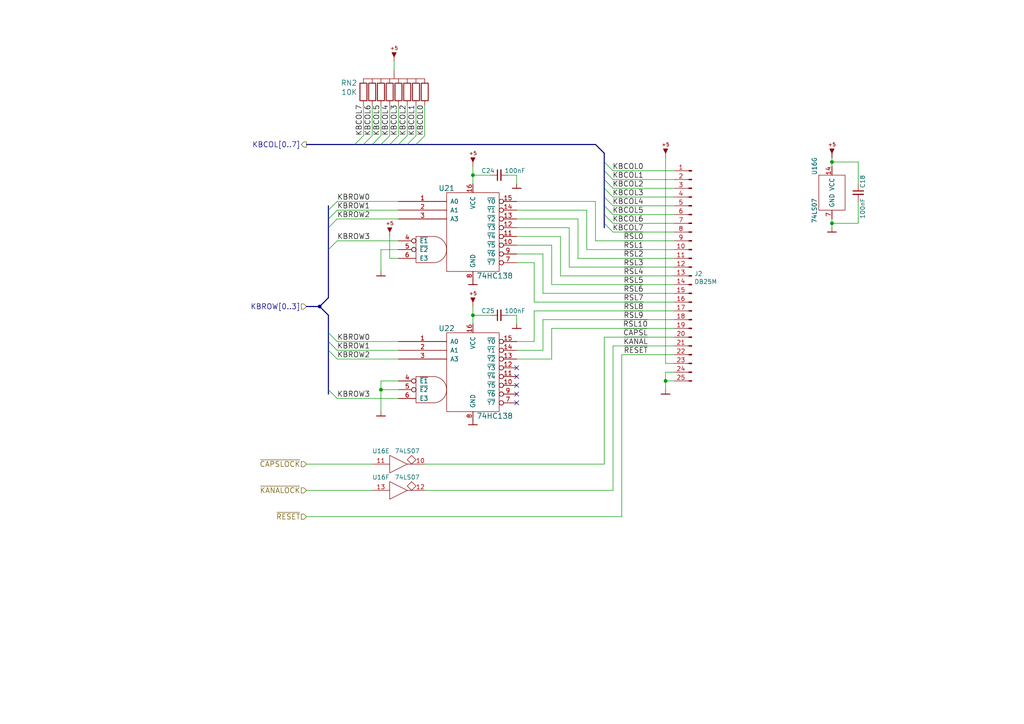
<source format=kicad_sch>
(kicad_sch (version 20211123) (generator eeschema)

  (uuid f5bf5b4a-5213-48af-a5cd-0d67969d2de6)

  (paper "A4")

  (lib_symbols
    (symbol "artemisa:74HC138" (pin_names (offset 1.016)) (in_bom yes) (on_board yes)
      (property "Reference" "U" (id 0) (at 5.08 12.7 0)
        (effects (font (size 1.524 1.524)))
      )
      (property "Value" "74HC138" (id 1) (at 6.35 -12.7 0)
        (effects (font (size 1.524 1.524)))
      )
      (property "Footprint" "" (id 2) (at -21.59 -2.54 90)
        (effects (font (size 1.524 1.524)) hide)
      )
      (property "Datasheet" "" (id 3) (at -21.59 -2.54 90)
        (effects (font (size 1.524 1.524)) hide)
      )
      (symbol "74HC138_0_1"
        (arc (start -11.43 -8.89) (mid -7.62 -5.08) (end -11.43 -1.27)
          (stroke (width 0) (type default) (color 0 0 0 0))
          (fill (type none))
        )
        (rectangle (start -7.62 11.43) (end 7.62 -11.43)
          (stroke (width 0) (type default) (color 0 0 0 0))
          (fill (type none))
        )
        (polyline
          (pts
            (xy -16.51 -1.27)
            (xy -11.43 -1.27)
          )
          (stroke (width 0) (type default) (color 0 0 0 0))
          (fill (type none))
        )
        (polyline
          (pts
            (xy -16.51 -1.27)
            (xy -16.51 -8.89)
            (xy -11.43 -8.89)
          )
          (stroke (width 0) (type default) (color 0 0 0 0))
          (fill (type none))
        )
      )
      (symbol "74HC138_1_1"
        (pin input line (at -21.59 8.89 0) (length 13.97)
          (name "A0" (effects (font (size 1.27 1.27))))
          (number "1" (effects (font (size 1.27 1.27))))
        )
        (pin output inverted (at 12.7 -3.81 180) (length 5.08)
          (name "~{Y5}" (effects (font (size 1.27 1.27))))
          (number "10" (effects (font (size 1.27 1.27))))
        )
        (pin output inverted (at 12.7 -1.27 180) (length 5.08)
          (name "~{Y4}" (effects (font (size 1.27 1.27))))
          (number "11" (effects (font (size 1.27 1.27))))
        )
        (pin output inverted (at 12.7 1.27 180) (length 5.08)
          (name "~{Y3}" (effects (font (size 1.27 1.27))))
          (number "12" (effects (font (size 1.27 1.27))))
        )
        (pin output inverted (at 12.7 3.81 180) (length 5.08)
          (name "~{Y2}" (effects (font (size 1.27 1.27))))
          (number "13" (effects (font (size 1.27 1.27))))
        )
        (pin output inverted (at 12.7 6.35 180) (length 5.08)
          (name "~{Y1}" (effects (font (size 1.27 1.27))))
          (number "14" (effects (font (size 1.27 1.27))))
        )
        (pin output inverted (at 12.7 8.89 180) (length 5.08)
          (name "~{Y0}" (effects (font (size 1.27 1.27))))
          (number "15" (effects (font (size 1.27 1.27))))
        )
        (pin power_in line (at 0 13.97 270) (length 2.54)
          (name "VCC" (effects (font (size 1.27 1.27))))
          (number "16" (effects (font (size 1.27 1.27))))
        )
        (pin input line (at -21.59 6.35 0) (length 13.97)
          (name "A1" (effects (font (size 1.27 1.27))))
          (number "2" (effects (font (size 1.27 1.27))))
        )
        (pin input line (at -21.59 3.81 0) (length 13.97)
          (name "A3" (effects (font (size 1.27 1.27))))
          (number "3" (effects (font (size 1.27 1.27))))
        )
        (pin input inverted (at -21.59 -2.54 0) (length 5.08)
          (name "~{E1}" (effects (font (size 1.27 1.27))))
          (number "4" (effects (font (size 1.27 1.27))))
        )
        (pin input inverted (at -21.59 -5.08 0) (length 5.08)
          (name "~{E2}" (effects (font (size 1.27 1.27))))
          (number "5" (effects (font (size 1.27 1.27))))
        )
        (pin input line (at -21.59 -7.62 0) (length 5.08)
          (name "E3" (effects (font (size 1.27 1.27))))
          (number "6" (effects (font (size 1.27 1.27))))
        )
        (pin output inverted (at 12.7 -8.89 180) (length 5.08)
          (name "~{Y7}" (effects (font (size 1.27 1.27))))
          (number "7" (effects (font (size 1.27 1.27))))
        )
        (pin power_in line (at 0 -13.97 90) (length 2.54)
          (name "GND" (effects (font (size 1.27 1.27))))
          (number "8" (effects (font (size 1.27 1.27))))
        )
        (pin output inverted (at 12.7 -6.35 180) (length 5.08)
          (name "~{Y6}" (effects (font (size 1.27 1.27))))
          (number "9" (effects (font (size 1.27 1.27))))
        )
      )
    )
    (symbol "artemisa:74LS07" (pin_names (offset 0.762)) (in_bom yes) (on_board yes)
      (property "Reference" "U" (id 0) (at 0 3.81 0)
        (effects (font (size 1.27 1.27)))
      )
      (property "Value" "74LS07" (id 1) (at 0 -3.81 0)
        (effects (font (size 1.27 1.27)))
      )
      (property "Footprint" "" (id 2) (at 0 0 0)
        (effects (font (size 1.27 1.27)) hide)
      )
      (property "Datasheet" "" (id 3) (at 0 0 0)
        (effects (font (size 1.27 1.27)) hide)
      )
      (symbol "74LS07_1_1"
        (polyline
          (pts
            (xy -2.54 -2.54)
            (xy 2.54 0)
          )
          (stroke (width 0) (type default) (color 0 0 0 0))
          (fill (type none))
        )
        (polyline
          (pts
            (xy -2.54 0)
            (xy -2.54 -2.54)
          )
          (stroke (width 0) (type default) (color 0 0 0 0))
          (fill (type none))
        )
        (polyline
          (pts
            (xy -2.54 0)
            (xy -2.54 2.54)
          )
          (stroke (width 0) (type default) (color 0 0 0 0))
          (fill (type none))
        )
        (polyline
          (pts
            (xy 2.54 0)
            (xy -2.54 2.54)
          )
          (stroke (width 0) (type default) (color 0 0 0 0))
          (fill (type none))
        )
        (polyline
          (pts
            (xy 5.08 0)
            (xy 2.54 0)
          )
          (stroke (width 0) (type default) (color 0 0 0 0))
          (fill (type none))
        )
        (polyline
          (pts
            (xy 3.81 2.54)
            (xy 2.54 1.27)
            (xy 3.81 0)
            (xy 5.08 1.27)
            (xy 3.81 2.54)
          )
          (stroke (width 0) (type default) (color 0 0 0 0))
          (fill (type none))
        )
        (pin input line (at -7.62 0 0) (length 5.0038)
          (name "~" (effects (font (size 1.27 1.27))))
          (number "1" (effects (font (size 1.27 1.27))))
        )
        (pin open_collector line (at 7.62 0 180) (length 2.54)
          (name "~" (effects (font (size 1.27 1.27))))
          (number "2" (effects (font (size 1.27 1.27))))
        )
      )
      (symbol "74LS07_2_1"
        (polyline
          (pts
            (xy -2.54 -2.54)
            (xy 2.54 0)
          )
          (stroke (width 0) (type default) (color 0 0 0 0))
          (fill (type none))
        )
        (polyline
          (pts
            (xy -2.54 0)
            (xy -2.54 -2.54)
          )
          (stroke (width 0) (type default) (color 0 0 0 0))
          (fill (type none))
        )
        (polyline
          (pts
            (xy -2.54 0)
            (xy -2.54 2.54)
          )
          (stroke (width 0) (type default) (color 0 0 0 0))
          (fill (type none))
        )
        (polyline
          (pts
            (xy 2.54 0)
            (xy -2.54 2.54)
          )
          (stroke (width 0) (type default) (color 0 0 0 0))
          (fill (type none))
        )
        (polyline
          (pts
            (xy 5.08 0)
            (xy 2.54 0)
          )
          (stroke (width 0) (type default) (color 0 0 0 0))
          (fill (type none))
        )
        (polyline
          (pts
            (xy 3.81 2.54)
            (xy 2.54 1.27)
            (xy 3.81 0)
            (xy 5.08 1.27)
            (xy 3.81 2.54)
          )
          (stroke (width 0) (type default) (color 0 0 0 0))
          (fill (type none))
        )
        (pin input line (at -7.62 0 0) (length 5.0038)
          (name "~" (effects (font (size 1.27 1.27))))
          (number "3" (effects (font (size 1.27 1.27))))
        )
        (pin open_collector line (at 7.62 0 180) (length 2.54)
          (name "~" (effects (font (size 1.27 1.27))))
          (number "4" (effects (font (size 1.27 1.27))))
        )
      )
      (symbol "74LS07_3_1"
        (polyline
          (pts
            (xy -2.54 -2.54)
            (xy 2.54 0)
          )
          (stroke (width 0) (type default) (color 0 0 0 0))
          (fill (type none))
        )
        (polyline
          (pts
            (xy -2.54 0)
            (xy -2.54 -2.54)
          )
          (stroke (width 0) (type default) (color 0 0 0 0))
          (fill (type none))
        )
        (polyline
          (pts
            (xy -2.54 0)
            (xy -2.54 2.54)
          )
          (stroke (width 0) (type default) (color 0 0 0 0))
          (fill (type none))
        )
        (polyline
          (pts
            (xy 2.54 0)
            (xy -2.54 2.54)
          )
          (stroke (width 0) (type default) (color 0 0 0 0))
          (fill (type none))
        )
        (polyline
          (pts
            (xy 5.08 0)
            (xy 2.54 0)
          )
          (stroke (width 0) (type default) (color 0 0 0 0))
          (fill (type none))
        )
        (polyline
          (pts
            (xy 3.81 2.54)
            (xy 2.54 1.27)
            (xy 3.81 0)
            (xy 5.08 1.27)
            (xy 3.81 2.54)
          )
          (stroke (width 0) (type default) (color 0 0 0 0))
          (fill (type none))
        )
        (pin input line (at -7.62 0 0) (length 5.0038)
          (name "~" (effects (font (size 1.27 1.27))))
          (number "5" (effects (font (size 1.27 1.27))))
        )
        (pin open_collector line (at 7.62 0 180) (length 2.54)
          (name "~" (effects (font (size 1.27 1.27))))
          (number "6" (effects (font (size 1.27 1.27))))
        )
      )
      (symbol "74LS07_4_1"
        (polyline
          (pts
            (xy -2.54 -2.54)
            (xy 2.54 0)
          )
          (stroke (width 0) (type default) (color 0 0 0 0))
          (fill (type none))
        )
        (polyline
          (pts
            (xy -2.54 0)
            (xy -2.54 -2.54)
          )
          (stroke (width 0) (type default) (color 0 0 0 0))
          (fill (type none))
        )
        (polyline
          (pts
            (xy -2.54 0)
            (xy -2.54 2.54)
          )
          (stroke (width 0) (type default) (color 0 0 0 0))
          (fill (type none))
        )
        (polyline
          (pts
            (xy 2.54 0)
            (xy -2.54 2.54)
          )
          (stroke (width 0) (type default) (color 0 0 0 0))
          (fill (type none))
        )
        (polyline
          (pts
            (xy 5.08 0)
            (xy 2.54 0)
          )
          (stroke (width 0) (type default) (color 0 0 0 0))
          (fill (type none))
        )
        (polyline
          (pts
            (xy 3.81 2.54)
            (xy 2.54 1.27)
            (xy 3.81 0)
            (xy 5.08 1.27)
            (xy 3.81 2.54)
          )
          (stroke (width 0) (type default) (color 0 0 0 0))
          (fill (type none))
        )
        (pin open_collector line (at 7.62 0 180) (length 2.54)
          (name "~" (effects (font (size 1.27 1.27))))
          (number "8" (effects (font (size 1.27 1.27))))
        )
        (pin input line (at -7.62 0 0) (length 5.0038)
          (name "~" (effects (font (size 1.27 1.27))))
          (number "9" (effects (font (size 1.27 1.27))))
        )
      )
      (symbol "74LS07_5_1"
        (polyline
          (pts
            (xy -2.54 -2.54)
            (xy 2.54 0)
          )
          (stroke (width 0) (type default) (color 0 0 0 0))
          (fill (type none))
        )
        (polyline
          (pts
            (xy -2.54 0)
            (xy -2.54 -2.54)
          )
          (stroke (width 0) (type default) (color 0 0 0 0))
          (fill (type none))
        )
        (polyline
          (pts
            (xy -2.54 0)
            (xy -2.54 2.54)
          )
          (stroke (width 0) (type default) (color 0 0 0 0))
          (fill (type none))
        )
        (polyline
          (pts
            (xy 2.54 0)
            (xy -2.54 2.54)
          )
          (stroke (width 0) (type default) (color 0 0 0 0))
          (fill (type none))
        )
        (polyline
          (pts
            (xy 5.08 0)
            (xy 2.54 0)
          )
          (stroke (width 0) (type default) (color 0 0 0 0))
          (fill (type none))
        )
        (polyline
          (pts
            (xy 3.81 2.54)
            (xy 2.54 1.27)
            (xy 3.81 0)
            (xy 5.08 1.27)
            (xy 3.81 2.54)
          )
          (stroke (width 0) (type default) (color 0 0 0 0))
          (fill (type none))
        )
        (pin open_collector line (at 7.62 0 180) (length 2.54)
          (name "~" (effects (font (size 1.27 1.27))))
          (number "10" (effects (font (size 1.27 1.27))))
        )
        (pin input line (at -7.62 0 0) (length 5.0038)
          (name "~" (effects (font (size 1.27 1.27))))
          (number "11" (effects (font (size 1.27 1.27))))
        )
      )
      (symbol "74LS07_6_1"
        (polyline
          (pts
            (xy -2.54 -2.54)
            (xy 2.54 0)
          )
          (stroke (width 0) (type default) (color 0 0 0 0))
          (fill (type none))
        )
        (polyline
          (pts
            (xy -2.54 0)
            (xy -2.54 -2.54)
          )
          (stroke (width 0) (type default) (color 0 0 0 0))
          (fill (type none))
        )
        (polyline
          (pts
            (xy -2.54 0)
            (xy -2.54 2.54)
          )
          (stroke (width 0) (type default) (color 0 0 0 0))
          (fill (type none))
        )
        (polyline
          (pts
            (xy 2.54 0)
            (xy -2.54 2.54)
          )
          (stroke (width 0) (type default) (color 0 0 0 0))
          (fill (type none))
        )
        (polyline
          (pts
            (xy 5.08 0)
            (xy 2.54 0)
          )
          (stroke (width 0) (type default) (color 0 0 0 0))
          (fill (type none))
        )
        (polyline
          (pts
            (xy 3.81 2.54)
            (xy 2.54 1.27)
            (xy 3.81 0)
            (xy 5.08 1.27)
            (xy 3.81 2.54)
          )
          (stroke (width 0) (type default) (color 0 0 0 0))
          (fill (type none))
        )
        (pin open_collector line (at 7.62 0 180) (length 2.54)
          (name "~" (effects (font (size 1.27 1.27))))
          (number "12" (effects (font (size 1.27 1.27))))
        )
        (pin input line (at -7.62 0 0) (length 5.0038)
          (name "~" (effects (font (size 1.27 1.27))))
          (number "13" (effects (font (size 1.27 1.27))))
        )
      )
      (symbol "74LS07_7_0"
        (pin power_in line (at 0 7.62 270) (length 2.54)
          (name "VCC" (effects (font (size 1.27 1.27))))
          (number "14" (effects (font (size 1.27 1.27))))
        )
      )
      (symbol "74LS07_7_1"
        (rectangle (start -3.81 -5.08) (end 3.81 5.08)
          (stroke (width 0) (type default) (color 0 0 0 0))
          (fill (type none))
        )
        (pin power_in line (at 0 -7.62 90) (length 2.54)
          (name "GND" (effects (font (size 1.27 1.27))))
          (number "7" (effects (font (size 1.27 1.27))))
        )
      )
    )
    (symbol "artemisa:Cap" (pin_numbers hide) (pin_names (offset 0.254) hide) (in_bom yes) (on_board yes)
      (property "Reference" "C" (id 0) (at 0.254 1.778 0)
        (effects (font (size 1.27 1.27)) (justify left))
      )
      (property "Value" "Cap" (id 1) (at 0.254 -2.032 0)
        (effects (font (size 1.27 1.27)) (justify left))
      )
      (property "Footprint" "" (id 2) (at 0 0 0)
        (effects (font (size 1.27 1.27)) hide)
      )
      (property "Datasheet" "" (id 3) (at 0 0 0)
        (effects (font (size 1.27 1.27)) hide)
      )
      (property "ki_fp_filters" "C_*" (id 4) (at 0 0 0)
        (effects (font (size 1.27 1.27)) hide)
      )
      (symbol "Cap_0_1"
        (polyline
          (pts
            (xy -1.524 -0.508)
            (xy 1.524 -0.508)
          )
          (stroke (width 0.3302) (type default) (color 0 0 0 0))
          (fill (type none))
        )
        (polyline
          (pts
            (xy -1.524 0.508)
            (xy 1.524 0.508)
          )
          (stroke (width 0.3048) (type default) (color 0 0 0 0))
          (fill (type none))
        )
      )
      (symbol "Cap_1_1"
        (pin passive line (at 0 2.54 270) (length 2.032)
          (name "~" (effects (font (size 1.27 1.27))))
          (number "1" (effects (font (size 1.27 1.27))))
        )
        (pin passive line (at 0 -2.54 90) (length 2.032)
          (name "~" (effects (font (size 1.27 1.27))))
          (number "2" (effects (font (size 1.27 1.27))))
        )
      )
    )
    (symbol "artemisa:DB25M" (pin_names (offset 1.016) hide) (in_bom yes) (on_board yes)
      (property "Reference" "J" (id 0) (at 0 33.02 0)
        (effects (font (size 1.27 1.27)))
      )
      (property "Value" "DB25M" (id 1) (at 0 -33.02 0)
        (effects (font (size 1.27 1.27)))
      )
      (property "Footprint" "" (id 2) (at 0 0 0)
        (effects (font (size 1.27 1.27)) hide)
      )
      (property "Datasheet" "~" (id 3) (at 0 0 0)
        (effects (font (size 1.27 1.27)) hide)
      )
      (property "ki_keywords" "connector" (id 4) (at 0 0 0)
        (effects (font (size 1.27 1.27)) hide)
      )
      (property "ki_fp_filters" "Connector*:*_1x??_*" (id 5) (at 0 0 0)
        (effects (font (size 1.27 1.27)) hide)
      )
      (symbol "DB25M_1_1"
        (polyline
          (pts
            (xy 1.27 -30.48)
            (xy 0.8636 -30.48)
          )
          (stroke (width 0.1524) (type default) (color 0 0 0 0))
          (fill (type none))
        )
        (polyline
          (pts
            (xy 1.27 -27.94)
            (xy 0.8636 -27.94)
          )
          (stroke (width 0.1524) (type default) (color 0 0 0 0))
          (fill (type none))
        )
        (polyline
          (pts
            (xy 1.27 -25.4)
            (xy 0.8636 -25.4)
          )
          (stroke (width 0.1524) (type default) (color 0 0 0 0))
          (fill (type none))
        )
        (polyline
          (pts
            (xy 1.27 -22.86)
            (xy 0.8636 -22.86)
          )
          (stroke (width 0.1524) (type default) (color 0 0 0 0))
          (fill (type none))
        )
        (polyline
          (pts
            (xy 1.27 -20.32)
            (xy 0.8636 -20.32)
          )
          (stroke (width 0.1524) (type default) (color 0 0 0 0))
          (fill (type none))
        )
        (polyline
          (pts
            (xy 1.27 -17.78)
            (xy 0.8636 -17.78)
          )
          (stroke (width 0.1524) (type default) (color 0 0 0 0))
          (fill (type none))
        )
        (polyline
          (pts
            (xy 1.27 -15.24)
            (xy 0.8636 -15.24)
          )
          (stroke (width 0.1524) (type default) (color 0 0 0 0))
          (fill (type none))
        )
        (polyline
          (pts
            (xy 1.27 -12.7)
            (xy 0.8636 -12.7)
          )
          (stroke (width 0.1524) (type default) (color 0 0 0 0))
          (fill (type none))
        )
        (polyline
          (pts
            (xy 1.27 -10.16)
            (xy 0.8636 -10.16)
          )
          (stroke (width 0.1524) (type default) (color 0 0 0 0))
          (fill (type none))
        )
        (polyline
          (pts
            (xy 1.27 -7.62)
            (xy 0.8636 -7.62)
          )
          (stroke (width 0.1524) (type default) (color 0 0 0 0))
          (fill (type none))
        )
        (polyline
          (pts
            (xy 1.27 -5.08)
            (xy 0.8636 -5.08)
          )
          (stroke (width 0.1524) (type default) (color 0 0 0 0))
          (fill (type none))
        )
        (polyline
          (pts
            (xy 1.27 -2.54)
            (xy 0.8636 -2.54)
          )
          (stroke (width 0.1524) (type default) (color 0 0 0 0))
          (fill (type none))
        )
        (polyline
          (pts
            (xy 1.27 0)
            (xy 0.8636 0)
          )
          (stroke (width 0.1524) (type default) (color 0 0 0 0))
          (fill (type none))
        )
        (polyline
          (pts
            (xy 1.27 2.54)
            (xy 0.8636 2.54)
          )
          (stroke (width 0.1524) (type default) (color 0 0 0 0))
          (fill (type none))
        )
        (polyline
          (pts
            (xy 1.27 5.08)
            (xy 0.8636 5.08)
          )
          (stroke (width 0.1524) (type default) (color 0 0 0 0))
          (fill (type none))
        )
        (polyline
          (pts
            (xy 1.27 7.62)
            (xy 0.8636 7.62)
          )
          (stroke (width 0.1524) (type default) (color 0 0 0 0))
          (fill (type none))
        )
        (polyline
          (pts
            (xy 1.27 10.16)
            (xy 0.8636 10.16)
          )
          (stroke (width 0.1524) (type default) (color 0 0 0 0))
          (fill (type none))
        )
        (polyline
          (pts
            (xy 1.27 12.7)
            (xy 0.8636 12.7)
          )
          (stroke (width 0.1524) (type default) (color 0 0 0 0))
          (fill (type none))
        )
        (polyline
          (pts
            (xy 1.27 15.24)
            (xy 0.8636 15.24)
          )
          (stroke (width 0.1524) (type default) (color 0 0 0 0))
          (fill (type none))
        )
        (polyline
          (pts
            (xy 1.27 17.78)
            (xy 0.8636 17.78)
          )
          (stroke (width 0.1524) (type default) (color 0 0 0 0))
          (fill (type none))
        )
        (polyline
          (pts
            (xy 1.27 20.32)
            (xy 0.8636 20.32)
          )
          (stroke (width 0.1524) (type default) (color 0 0 0 0))
          (fill (type none))
        )
        (polyline
          (pts
            (xy 1.27 22.86)
            (xy 0.8636 22.86)
          )
          (stroke (width 0.1524) (type default) (color 0 0 0 0))
          (fill (type none))
        )
        (polyline
          (pts
            (xy 1.27 25.4)
            (xy 0.8636 25.4)
          )
          (stroke (width 0.1524) (type default) (color 0 0 0 0))
          (fill (type none))
        )
        (polyline
          (pts
            (xy 1.27 27.94)
            (xy 0.8636 27.94)
          )
          (stroke (width 0.1524) (type default) (color 0 0 0 0))
          (fill (type none))
        )
        (polyline
          (pts
            (xy 1.27 30.48)
            (xy 0.8636 30.48)
          )
          (stroke (width 0.1524) (type default) (color 0 0 0 0))
          (fill (type none))
        )
        (rectangle (start 0.8636 -30.353) (end 0 -30.607)
          (stroke (width 0.1524) (type default) (color 0 0 0 0))
          (fill (type outline))
        )
        (rectangle (start 0.8636 -27.813) (end 0 -28.067)
          (stroke (width 0.1524) (type default) (color 0 0 0 0))
          (fill (type outline))
        )
        (rectangle (start 0.8636 -25.273) (end 0 -25.527)
          (stroke (width 0.1524) (type default) (color 0 0 0 0))
          (fill (type outline))
        )
        (rectangle (start 0.8636 -22.733) (end 0 -22.987)
          (stroke (width 0.1524) (type default) (color 0 0 0 0))
          (fill (type outline))
        )
        (rectangle (start 0.8636 -20.193) (end 0 -20.447)
          (stroke (width 0.1524) (type default) (color 0 0 0 0))
          (fill (type outline))
        )
        (rectangle (start 0.8636 -17.653) (end 0 -17.907)
          (stroke (width 0.1524) (type default) (color 0 0 0 0))
          (fill (type outline))
        )
        (rectangle (start 0.8636 -15.113) (end 0 -15.367)
          (stroke (width 0.1524) (type default) (color 0 0 0 0))
          (fill (type outline))
        )
        (rectangle (start 0.8636 -12.573) (end 0 -12.827)
          (stroke (width 0.1524) (type default) (color 0 0 0 0))
          (fill (type outline))
        )
        (rectangle (start 0.8636 -10.033) (end 0 -10.287)
          (stroke (width 0.1524) (type default) (color 0 0 0 0))
          (fill (type outline))
        )
        (rectangle (start 0.8636 -7.493) (end 0 -7.747)
          (stroke (width 0.1524) (type default) (color 0 0 0 0))
          (fill (type outline))
        )
        (rectangle (start 0.8636 -4.953) (end 0 -5.207)
          (stroke (width 0.1524) (type default) (color 0 0 0 0))
          (fill (type outline))
        )
        (rectangle (start 0.8636 -2.413) (end 0 -2.667)
          (stroke (width 0.1524) (type default) (color 0 0 0 0))
          (fill (type outline))
        )
        (rectangle (start 0.8636 0.127) (end 0 -0.127)
          (stroke (width 0.1524) (type default) (color 0 0 0 0))
          (fill (type outline))
        )
        (rectangle (start 0.8636 2.667) (end 0 2.413)
          (stroke (width 0.1524) (type default) (color 0 0 0 0))
          (fill (type outline))
        )
        (rectangle (start 0.8636 5.207) (end 0 4.953)
          (stroke (width 0.1524) (type default) (color 0 0 0 0))
          (fill (type outline))
        )
        (rectangle (start 0.8636 7.747) (end 0 7.493)
          (stroke (width 0.1524) (type default) (color 0 0 0 0))
          (fill (type outline))
        )
        (rectangle (start 0.8636 10.287) (end 0 10.033)
          (stroke (width 0.1524) (type default) (color 0 0 0 0))
          (fill (type outline))
        )
        (rectangle (start 0.8636 12.827) (end 0 12.573)
          (stroke (width 0.1524) (type default) (color 0 0 0 0))
          (fill (type outline))
        )
        (rectangle (start 0.8636 15.367) (end 0 15.113)
          (stroke (width 0.1524) (type default) (color 0 0 0 0))
          (fill (type outline))
        )
        (rectangle (start 0.8636 17.907) (end 0 17.653)
          (stroke (width 0.1524) (type default) (color 0 0 0 0))
          (fill (type outline))
        )
        (rectangle (start 0.8636 20.447) (end 0 20.193)
          (stroke (width 0.1524) (type default) (color 0 0 0 0))
          (fill (type outline))
        )
        (rectangle (start 0.8636 22.987) (end 0 22.733)
          (stroke (width 0.1524) (type default) (color 0 0 0 0))
          (fill (type outline))
        )
        (rectangle (start 0.8636 25.527) (end 0 25.273)
          (stroke (width 0.1524) (type default) (color 0 0 0 0))
          (fill (type outline))
        )
        (rectangle (start 0.8636 28.067) (end 0 27.813)
          (stroke (width 0.1524) (type default) (color 0 0 0 0))
          (fill (type outline))
        )
        (rectangle (start 0.8636 30.607) (end 0 30.353)
          (stroke (width 0.1524) (type default) (color 0 0 0 0))
          (fill (type outline))
        )
        (pin passive line (at 5.08 30.48 180) (length 3.81)
          (name "Pin_1" (effects (font (size 1.27 1.27))))
          (number "1" (effects (font (size 1.27 1.27))))
        )
        (pin passive line (at 5.08 7.62 180) (length 3.81)
          (name "Pin_10" (effects (font (size 1.27 1.27))))
          (number "10" (effects (font (size 1.27 1.27))))
        )
        (pin passive line (at 5.08 5.08 180) (length 3.81)
          (name "Pin_11" (effects (font (size 1.27 1.27))))
          (number "11" (effects (font (size 1.27 1.27))))
        )
        (pin passive line (at 5.08 2.54 180) (length 3.81)
          (name "Pin_12" (effects (font (size 1.27 1.27))))
          (number "12" (effects (font (size 1.27 1.27))))
        )
        (pin passive line (at 5.08 0 180) (length 3.81)
          (name "Pin_13" (effects (font (size 1.27 1.27))))
          (number "13" (effects (font (size 1.27 1.27))))
        )
        (pin passive line (at 5.08 -2.54 180) (length 3.81)
          (name "Pin_14" (effects (font (size 1.27 1.27))))
          (number "14" (effects (font (size 1.27 1.27))))
        )
        (pin passive line (at 5.08 -5.08 180) (length 3.81)
          (name "Pin_15" (effects (font (size 1.27 1.27))))
          (number "15" (effects (font (size 1.27 1.27))))
        )
        (pin passive line (at 5.08 -7.62 180) (length 3.81)
          (name "Pin_16" (effects (font (size 1.27 1.27))))
          (number "16" (effects (font (size 1.27 1.27))))
        )
        (pin passive line (at 5.08 -10.16 180) (length 3.81)
          (name "Pin_17" (effects (font (size 1.27 1.27))))
          (number "17" (effects (font (size 1.27 1.27))))
        )
        (pin passive line (at 5.08 -12.7 180) (length 3.81)
          (name "Pin_18" (effects (font (size 1.27 1.27))))
          (number "18" (effects (font (size 1.27 1.27))))
        )
        (pin passive line (at 5.08 -15.24 180) (length 3.81)
          (name "Pin_19" (effects (font (size 1.27 1.27))))
          (number "19" (effects (font (size 1.27 1.27))))
        )
        (pin passive line (at 5.08 27.94 180) (length 3.81)
          (name "Pin_2" (effects (font (size 1.27 1.27))))
          (number "2" (effects (font (size 1.27 1.27))))
        )
        (pin passive line (at 5.08 -17.78 180) (length 3.81)
          (name "Pin_20" (effects (font (size 1.27 1.27))))
          (number "20" (effects (font (size 1.27 1.27))))
        )
        (pin passive line (at 5.08 -20.32 180) (length 3.81)
          (name "Pin_21" (effects (font (size 1.27 1.27))))
          (number "21" (effects (font (size 1.27 1.27))))
        )
        (pin passive line (at 5.08 -22.86 180) (length 3.81)
          (name "Pin_22" (effects (font (size 1.27 1.27))))
          (number "22" (effects (font (size 1.27 1.27))))
        )
        (pin passive line (at 5.08 -25.4 180) (length 3.81)
          (name "Pin_23" (effects (font (size 1.27 1.27))))
          (number "23" (effects (font (size 1.27 1.27))))
        )
        (pin passive line (at 5.08 -27.94 180) (length 3.81)
          (name "Pin_24" (effects (font (size 1.27 1.27))))
          (number "24" (effects (font (size 1.27 1.27))))
        )
        (pin passive line (at 5.08 -30.48 180) (length 3.81)
          (name "Pin_25" (effects (font (size 1.27 1.27))))
          (number "25" (effects (font (size 1.27 1.27))))
        )
        (pin passive line (at 5.08 25.4 180) (length 3.81)
          (name "Pin_3" (effects (font (size 1.27 1.27))))
          (number "3" (effects (font (size 1.27 1.27))))
        )
        (pin passive line (at 5.08 22.86 180) (length 3.81)
          (name "Pin_4" (effects (font (size 1.27 1.27))))
          (number "4" (effects (font (size 1.27 1.27))))
        )
        (pin passive line (at 5.08 20.32 180) (length 3.81)
          (name "Pin_5" (effects (font (size 1.27 1.27))))
          (number "5" (effects (font (size 1.27 1.27))))
        )
        (pin passive line (at 5.08 17.78 180) (length 3.81)
          (name "Pin_6" (effects (font (size 1.27 1.27))))
          (number "6" (effects (font (size 1.27 1.27))))
        )
        (pin passive line (at 5.08 15.24 180) (length 3.81)
          (name "Pin_7" (effects (font (size 1.27 1.27))))
          (number "7" (effects (font (size 1.27 1.27))))
        )
        (pin passive line (at 5.08 12.7 180) (length 3.81)
          (name "Pin_8" (effects (font (size 1.27 1.27))))
          (number "8" (effects (font (size 1.27 1.27))))
        )
        (pin passive line (at 5.08 10.16 180) (length 3.81)
          (name "Pin_9" (effects (font (size 1.27 1.27))))
          (number "9" (effects (font (size 1.27 1.27))))
        )
      )
    )
    (symbol "artemisa:GND" (power) (pin_numbers hide) (pin_names (offset 0) hide) (in_bom yes) (on_board yes)
      (property "Reference" "#PWR" (id 0) (at 0 -2.54 0)
        (effects (font (size 1.524 1.524)) hide)
      )
      (property "Value" "GND" (id 1) (at 0 2.54 0)
        (effects (font (size 1.524 1.524)) hide)
      )
      (property "Footprint" "" (id 2) (at 0 0 0)
        (effects (font (size 1.524 1.524)) hide)
      )
      (property "Datasheet" "" (id 3) (at 0 0 0)
        (effects (font (size 1.524 1.524)) hide)
      )
      (symbol "GND_0_1"
        (polyline
          (pts
            (xy -1.27 -1.27)
            (xy 1.27 -1.27)
          )
          (stroke (width 0.254) (type default) (color 0 0 0 0))
          (fill (type none))
        )
      )
      (symbol "GND_1_1"
        (pin power_in line (at 0 0 270) (length 1.27)
          (name "GND" (effects (font (size 1.27 1.27))))
          (number "~" (effects (font (size 1.27 1.27))))
        )
      )
    )
    (symbol "artemisa:RN8" (pin_numbers hide) (pin_names (offset 1.016) hide) (in_bom yes) (on_board yes)
      (property "Reference" "RN" (id 0) (at 7.62 5.08 0)
        (effects (font (size 1.524 1.524)))
      )
      (property "Value" "RN8" (id 1) (at -8.89 5.08 0)
        (effects (font (size 1.524 1.524)))
      )
      (property "Footprint" "" (id 2) (at -7.62 -1.905 0)
        (effects (font (size 1.524 1.524)) hide)
      )
      (property "Datasheet" "" (id 3) (at -7.62 -1.905 0)
        (effects (font (size 1.524 1.524)) hide)
      )
      (symbol "RN8_0_1"
        (polyline
          (pts
            (xy -8.89 2.54)
            (xy -8.89 3.81)
          )
          (stroke (width 0) (type default) (color 0 0 0 0))
          (fill (type none))
        )
        (polyline
          (pts
            (xy -6.35 2.54)
            (xy -6.35 3.81)
          )
          (stroke (width 0) (type default) (color 0 0 0 0))
          (fill (type none))
        )
        (polyline
          (pts
            (xy -3.81 2.54)
            (xy -3.81 3.81)
          )
          (stroke (width 0) (type default) (color 0 0 0 0))
          (fill (type none))
        )
        (polyline
          (pts
            (xy -1.27 2.54)
            (xy -1.27 3.81)
          )
          (stroke (width 0) (type default) (color 0 0 0 0))
          (fill (type none))
        )
        (polyline
          (pts
            (xy 0 5.08)
            (xy 0 3.81)
          )
          (stroke (width 0) (type default) (color 0 0 0 0))
          (fill (type none))
        )
        (polyline
          (pts
            (xy 1.27 2.54)
            (xy 1.27 3.81)
          )
          (stroke (width 0) (type default) (color 0 0 0 0))
          (fill (type none))
        )
        (polyline
          (pts
            (xy 3.81 2.54)
            (xy 3.81 3.81)
          )
          (stroke (width 0) (type default) (color 0 0 0 0))
          (fill (type none))
        )
        (polyline
          (pts
            (xy 6.35 2.54)
            (xy 6.35 3.81)
          )
          (stroke (width 0) (type default) (color 0 0 0 0))
          (fill (type none))
        )
        (polyline
          (pts
            (xy 8.89 2.54)
            (xy 8.89 3.81)
          )
          (stroke (width 0) (type default) (color 0 0 0 0))
          (fill (type none))
        )
        (polyline
          (pts
            (xy 8.89 3.81)
            (xy -8.89 3.81)
          )
          (stroke (width 0) (type default) (color 0 0 0 0))
          (fill (type none))
        )
      )
      (symbol "RN8_0_2"
        (polyline
          (pts
            (xy -13.97 3.81)
            (xy -8.89 3.81)
          )
          (stroke (width 0) (type default) (color 0 0 0 0))
          (fill (type none))
        )
        (polyline
          (pts
            (xy -13.97 3.81)
            (xy -16.51 3.81)
            (xy -16.51 -2.54)
          )
          (stroke (width 0) (type default) (color 0 0 0 0))
          (fill (type none))
        )
      )
      (symbol "RN8_1_1"
        (rectangle (start -9.906 -2.54) (end -7.874 2.54)
          (stroke (width 0.254) (type default) (color 0 0 0 0))
          (fill (type none))
        )
        (rectangle (start -7.366 -2.54) (end -5.334 2.54)
          (stroke (width 0.254) (type default) (color 0 0 0 0))
          (fill (type none))
        )
        (rectangle (start -4.826 -2.54) (end -2.794 2.54)
          (stroke (width 0.254) (type default) (color 0 0 0 0))
          (fill (type none))
        )
        (rectangle (start -2.286 -2.54) (end -0.254 2.54)
          (stroke (width 0.254) (type default) (color 0 0 0 0))
          (fill (type none))
        )
        (rectangle (start 0.254 -2.54) (end 2.286 2.54)
          (stroke (width 0.254) (type default) (color 0 0 0 0))
          (fill (type none))
        )
        (rectangle (start 2.794 -2.54) (end 4.826 2.54)
          (stroke (width 0.254) (type default) (color 0 0 0 0))
          (fill (type none))
        )
        (rectangle (start 5.334 -2.54) (end 7.366 2.54)
          (stroke (width 0.254) (type default) (color 0 0 0 0))
          (fill (type none))
        )
        (rectangle (start 7.874 -2.54) (end 9.906 2.54)
          (stroke (width 0.254) (type default) (color 0 0 0 0))
          (fill (type none))
        )
        (pin passive line (at 0 6.35 270) (length 1.27)
          (name "~" (effects (font (size 1.27 1.27))))
          (number "1" (effects (font (size 1.27 1.27))))
        )
        (pin passive line (at -8.89 -3.81 90) (length 1.27)
          (name "~" (effects (font (size 1.27 1.27))))
          (number "2" (effects (font (size 1.27 1.27))))
        )
        (pin passive line (at -6.35 -3.81 90) (length 1.27)
          (name "~" (effects (font (size 1.27 1.27))))
          (number "3" (effects (font (size 1.27 1.27))))
        )
        (pin passive line (at -3.81 -3.81 90) (length 1.27)
          (name "~" (effects (font (size 1.27 1.27))))
          (number "4" (effects (font (size 1.27 1.27))))
        )
        (pin passive line (at -1.27 -3.81 90) (length 1.27)
          (name "~" (effects (font (size 1.27 1.27))))
          (number "5" (effects (font (size 1.27 1.27))))
        )
        (pin passive line (at 1.27 -3.81 90) (length 1.27)
          (name "~" (effects (font (size 1.27 1.27))))
          (number "6" (effects (font (size 1.27 1.27))))
        )
        (pin passive line (at 3.81 -3.81 90) (length 1.27)
          (name "~" (effects (font (size 1.27 1.27))))
          (number "7" (effects (font (size 1.27 1.27))))
        )
        (pin passive line (at 6.35 -3.81 90) (length 1.27)
          (name "~" (effects (font (size 1.27 1.27))))
          (number "8" (effects (font (size 1.27 1.27))))
        )
        (pin passive line (at 8.89 -3.81 90) (length 1.27)
          (name "~" (effects (font (size 1.27 1.27))))
          (number "9" (effects (font (size 1.27 1.27))))
        )
      )
      (symbol "RN8_1_2"
        (rectangle (start -9.906 -2.54) (end -7.874 2.54)
          (stroke (width 0.254) (type default) (color 0 0 0 0))
          (fill (type none))
        )
        (rectangle (start -7.366 -2.54) (end -5.334 2.54)
          (stroke (width 0.254) (type default) (color 0 0 0 0))
          (fill (type none))
        )
        (rectangle (start -4.826 -2.54) (end -2.794 2.54)
          (stroke (width 0.254) (type default) (color 0 0 0 0))
          (fill (type none))
        )
        (rectangle (start -2.286 -2.54) (end -0.254 2.54)
          (stroke (width 0.254) (type default) (color 0 0 0 0))
          (fill (type none))
        )
        (polyline
          (pts
            (xy -8.89 2.54)
            (xy -8.89 3.81)
          )
          (stroke (width 0) (type default) (color 0 0 0 0))
          (fill (type none))
        )
        (polyline
          (pts
            (xy -6.35 2.54)
            (xy -6.35 3.81)
          )
          (stroke (width 0) (type default) (color 0 0 0 0))
          (fill (type none))
        )
        (polyline
          (pts
            (xy -3.81 2.54)
            (xy -3.81 3.81)
          )
          (stroke (width 0) (type default) (color 0 0 0 0))
          (fill (type none))
        )
        (polyline
          (pts
            (xy -1.27 2.54)
            (xy -1.27 3.81)
          )
          (stroke (width 0) (type default) (color 0 0 0 0))
          (fill (type none))
        )
        (polyline
          (pts
            (xy 1.27 2.54)
            (xy 1.27 3.81)
          )
          (stroke (width 0) (type default) (color 0 0 0 0))
          (fill (type none))
        )
        (polyline
          (pts
            (xy 3.81 2.54)
            (xy 3.81 3.81)
          )
          (stroke (width 0) (type default) (color 0 0 0 0))
          (fill (type none))
        )
        (polyline
          (pts
            (xy 6.35 2.54)
            (xy 6.35 3.81)
          )
          (stroke (width 0) (type default) (color 0 0 0 0))
          (fill (type none))
        )
        (polyline
          (pts
            (xy 8.89 2.54)
            (xy 8.89 3.81)
          )
          (stroke (width 0) (type default) (color 0 0 0 0))
          (fill (type none))
        )
        (polyline
          (pts
            (xy 8.89 3.81)
            (xy -8.89 3.81)
          )
          (stroke (width 0) (type default) (color 0 0 0 0))
          (fill (type none))
        )
        (rectangle (start 0.254 -2.54) (end 2.286 2.54)
          (stroke (width 0.254) (type default) (color 0 0 0 0))
          (fill (type none))
        )
        (rectangle (start 2.794 -2.54) (end 4.826 2.54)
          (stroke (width 0.254) (type default) (color 0 0 0 0))
          (fill (type none))
        )
        (rectangle (start 5.334 -2.54) (end 7.366 2.54)
          (stroke (width 0.254) (type default) (color 0 0 0 0))
          (fill (type none))
        )
        (rectangle (start 7.874 -2.54) (end 9.906 2.54)
          (stroke (width 0.254) (type default) (color 0 0 0 0))
          (fill (type none))
        )
        (pin passive line (at -16.51 -3.81 90) (length 1.27)
          (name "~" (effects (font (size 1.27 1.27))))
          (number "1" (effects (font (size 1.27 1.27))))
        )
        (pin passive line (at -8.89 -3.81 90) (length 1.27)
          (name "~" (effects (font (size 1.27 1.27))))
          (number "2" (effects (font (size 1.27 1.27))))
        )
        (pin passive line (at -6.35 -3.81 90) (length 1.27)
          (name "~" (effects (font (size 1.27 1.27))))
          (number "3" (effects (font (size 1.27 1.27))))
        )
        (pin passive line (at -3.81 -3.81 90) (length 1.27)
          (name "~" (effects (font (size 1.27 1.27))))
          (number "4" (effects (font (size 1.27 1.27))))
        )
        (pin passive line (at -1.27 -3.81 90) (length 1.27)
          (name "~" (effects (font (size 1.27 1.27))))
          (number "5" (effects (font (size 1.27 1.27))))
        )
        (pin passive line (at 1.27 -3.81 90) (length 1.27)
          (name "~" (effects (font (size 1.27 1.27))))
          (number "6" (effects (font (size 1.27 1.27))))
        )
        (pin passive line (at 3.81 -3.81 90) (length 1.27)
          (name "~" (effects (font (size 1.27 1.27))))
          (number "7" (effects (font (size 1.27 1.27))))
        )
        (pin passive line (at 6.35 -3.81 90) (length 1.27)
          (name "~" (effects (font (size 1.27 1.27))))
          (number "8" (effects (font (size 1.27 1.27))))
        )
        (pin passive line (at 8.89 -3.81 90) (length 1.27)
          (name "~" (effects (font (size 1.27 1.27))))
          (number "9" (effects (font (size 1.27 1.27))))
        )
      )
    )
    (symbol "artemisa:VCC" (power) (pin_numbers hide) (pin_names (offset 0) hide) (in_bom yes) (on_board yes)
      (property "Reference" "#PWR" (id 0) (at 0 -1.27 0)
        (effects (font (size 1.524 1.524)) hide)
      )
      (property "Value" "VCC" (id 1) (at 0 6.35 0)
        (effects (font (size 1.524 1.524)) hide)
      )
      (property "Footprint" "" (id 2) (at 0 0 0)
        (effects (font (size 1.524 1.524)) hide)
      )
      (property "Datasheet" "" (id 3) (at 0 0 0)
        (effects (font (size 1.524 1.524)) hide)
      )
      (symbol "VCC_0_0"
        (text "+5" (at 0 3.81 0)
          (effects (font (size 1.016 1.016)))
        )
      )
      (symbol "VCC_0_1"
        (polyline
          (pts
            (xy 0 1.27)
            (xy 0.635 2.54)
            (xy -0.635 2.54)
            (xy 0 1.27)
          )
          (stroke (width 0) (type default) (color 0 0 0 0))
          (fill (type outline))
        )
      )
      (symbol "VCC_1_1"
        (pin power_in line (at 0 0 90) (length 1.27)
          (name "~" (effects (font (size 1.27 1.27))))
          (number "~" (effects (font (size 1.27 1.27))))
        )
      )
    )
  )

  (junction (at 137.16 91.44) (diameter 0) (color 0 0 0 0)
    (uuid 0ba17a9b-d889-426c-b4fe-048bed6b6be8)
  )
  (junction (at 137.16 50.8) (diameter 0) (color 0 0 0 0)
    (uuid 0cc9bf07-55b9-458f-b8aa-41b2f51fa940)
  )
  (junction (at 241.3 64.77) (diameter 0) (color 0 0 0 0)
    (uuid 1876c30c-72b2-4a8d-9f32-bf8b213530b4)
  )
  (junction (at 92.71 88.9) (diameter 0) (color 0 0 0 0)
    (uuid 79487df3-ea74-43e2-bbfd-3ce433940212)
  )
  (junction (at 193.04 110.49) (diameter 0) (color 0 0 0 0)
    (uuid 9db16341-dac0-4aab-9c62-7d88c111c1ce)
  )
  (junction (at 241.3 46.99) (diameter 0) (color 0 0 0 0)
    (uuid c346b00c-b5e0-4939-beb4-7f48172ef334)
  )
  (junction (at 110.49 113.03) (diameter 0) (color 0 0 0 0)
    (uuid fd60415a-f01a-46c5-9369-ea970e435e5b)
  )

  (no_connect (at 149.86 114.3) (uuid 1cb22080-0f59-4c18-a6e6-8685ef44ec53))
  (no_connect (at 149.86 109.22) (uuid 235067e2-1686-40fe-a9a0-61704311b2b1))
  (no_connect (at 149.86 106.68) (uuid 31f91ec8-56e4-4e08-9ccd-012652772211))
  (no_connect (at 149.86 111.76) (uuid 701e1517-e8cf-46f4-b538-98e721c97380))
  (no_connect (at 149.86 116.84) (uuid 8bdea5f6-7a53-427a-92b8-fd15994c2e8c))

  (bus_entry (at 175.26 52.07) (size 2.54 2.54)
    (stroke (width 0) (type default) (color 0 0 0 0))
    (uuid 051b8cb0-ae77-4e09-98a7-bf2103319e66)
  )
  (bus_entry (at 97.79 99.06) (size -2.54 -2.54)
    (stroke (width 0) (type default) (color 0 0 0 0))
    (uuid 0554bea0-89b2-4e25-9ea3-4c73921c94cb)
  )
  (bus_entry (at 102.87 41.91) (size 2.54 -2.54)
    (stroke (width 0) (type default) (color 0 0 0 0))
    (uuid 10d8ad0e-6a08-4053-92aa-23a15910fd21)
  )
  (bus_entry (at 95.25 60.96) (size 2.54 -2.54)
    (stroke (width 0) (type default) (color 0 0 0 0))
    (uuid 1427bb3f-0689-4b41-a816-cd79a5202fd0)
  )
  (bus_entry (at 118.11 41.91) (size 2.54 -2.54)
    (stroke (width 0) (type default) (color 0 0 0 0))
    (uuid 2c95b9a6-9c71-4108-9cde-57ddfdd2dd19)
  )
  (bus_entry (at 175.26 54.61) (size 2.54 2.54)
    (stroke (width 0) (type default) (color 0 0 0 0))
    (uuid 35c09d1f-2914-4d1e-a002-df30af772f3b)
  )
  (bus_entry (at 107.95 41.91) (size 2.54 -2.54)
    (stroke (width 0) (type default) (color 0 0 0 0))
    (uuid 475ed8b3-90bf-48cd-bce5-d8f48b689541)
  )
  (bus_entry (at 95.25 72.39) (size 2.54 -2.54)
    (stroke (width 0) (type default) (color 0 0 0 0))
    (uuid 5ff19d63-2cb4-438b-93c4-e66d37a05329)
  )
  (bus_entry (at 95.25 63.5) (size 2.54 -2.54)
    (stroke (width 0) (type default) (color 0 0 0 0))
    (uuid 78f9c3d3-3556-46f6-9744-05ad54b330f0)
  )
  (bus_entry (at 113.03 41.91) (size 2.54 -2.54)
    (stroke (width 0) (type default) (color 0 0 0 0))
    (uuid 7b766787-7689-40b8-9ef5-c0b1af45a9ae)
  )
  (bus_entry (at 120.65 41.91) (size 2.54 -2.54)
    (stroke (width 0) (type default) (color 0 0 0 0))
    (uuid 8486c294-aa7e-43c3-b257-1ca3356dd17a)
  )
  (bus_entry (at 97.79 101.6) (size -2.54 -2.54)
    (stroke (width 0) (type default) (color 0 0 0 0))
    (uuid 88606262-3ac5-44a1-aacc-18b26cf4d396)
  )
  (bus_entry (at 175.26 59.69) (size 2.54 2.54)
    (stroke (width 0) (type default) (color 0 0 0 0))
    (uuid 888fd7cb-2fc6-480c-bcfa-0b71303087d3)
  )
  (bus_entry (at 95.25 66.04) (size 2.54 -2.54)
    (stroke (width 0) (type default) (color 0 0 0 0))
    (uuid 8b7bbefd-8f78-41f8-809c-2534a5de3b39)
  )
  (bus_entry (at 175.26 49.53) (size 2.54 2.54)
    (stroke (width 0) (type default) (color 0 0 0 0))
    (uuid 974c48bf-534e-4335-98e1-b0426c783e99)
  )
  (bus_entry (at 175.26 62.23) (size 2.54 2.54)
    (stroke (width 0) (type default) (color 0 0 0 0))
    (uuid a92f3b72-ed6d-4d99-9da6-35771bec3c77)
  )
  (bus_entry (at 175.26 64.77) (size 2.54 2.54)
    (stroke (width 0) (type default) (color 0 0 0 0))
    (uuid aa1c6f47-cbd4-4cbd-8265-e5ac08b7ffc8)
  )
  (bus_entry (at 115.57 41.91) (size 2.54 -2.54)
    (stroke (width 0) (type default) (color 0 0 0 0))
    (uuid aee7520e-3bfc-435f-a66b-1dd1f5aa6a87)
  )
  (bus_entry (at 97.79 104.14) (size -2.54 -2.54)
    (stroke (width 0) (type default) (color 0 0 0 0))
    (uuid cd1cff81-9d8a-4511-96d6-4ddb79484001)
  )
  (bus_entry (at 97.79 115.57) (size -2.54 -2.54)
    (stroke (width 0) (type default) (color 0 0 0 0))
    (uuid da546d77-4b03-4562-8fc6-837fd68e7691)
  )
  (bus_entry (at 110.49 41.91) (size 2.54 -2.54)
    (stroke (width 0) (type default) (color 0 0 0 0))
    (uuid df2a6036-7274-4398-9365-148b6ddab90d)
  )
  (bus_entry (at 175.26 46.99) (size 2.54 2.54)
    (stroke (width 0) (type default) (color 0 0 0 0))
    (uuid e2b24e25-1a0d-434a-876b-c595b47d80d2)
  )
  (bus_entry (at 175.26 57.15) (size 2.54 2.54)
    (stroke (width 0) (type default) (color 0 0 0 0))
    (uuid f28e56e7-283b-4b9a-ae27-95e89770fbf8)
  )
  (bus_entry (at 105.41 41.91) (size 2.54 -2.54)
    (stroke (width 0) (type default) (color 0 0 0 0))
    (uuid fc83cd71-1198-4019-87a1-dc154bceead3)
  )

  (bus (pts (xy 102.87 41.91) (xy 105.41 41.91))
    (stroke (width 0) (type default) (color 0 0 0 0))
    (uuid 004d701c-7e69-4a10-9c95-7de04fa2be20)
  )

  (wire (pts (xy 167.64 63.5) (xy 167.64 74.93))
    (stroke (width 0) (type default) (color 0 0 0 0))
    (uuid 015f5586-ba76-4a98-9114-f5cd2c67134d)
  )
  (wire (pts (xy 177.8 57.15) (xy 195.58 57.15))
    (stroke (width 0) (type default) (color 0 0 0 0))
    (uuid 02538207-54a8-4266-8d51-23871852b2ff)
  )
  (bus (pts (xy 175.26 46.99) (xy 175.26 49.53))
    (stroke (width 0) (type default) (color 0 0 0 0))
    (uuid 04dfc243-0f51-4603-bf53-e1e3c0de09b3)
  )

  (wire (pts (xy 248.92 64.77) (xy 241.3 64.77))
    (stroke (width 0) (type default) (color 0 0 0 0))
    (uuid 099473f1-6598-46ff-a50f-4c520832170d)
  )
  (wire (pts (xy 177.8 52.07) (xy 195.58 52.07))
    (stroke (width 0) (type default) (color 0 0 0 0))
    (uuid 0f560957-a8c5-442f-b20c-c2d88613742c)
  )
  (bus (pts (xy 95.25 60.96) (xy 95.25 63.5))
    (stroke (width 0) (type default) (color 0 0 0 0))
    (uuid 156771b5-21dc-43d8-ba98-5c070b5e3b90)
  )

  (wire (pts (xy 241.3 45.72) (xy 241.3 46.99))
    (stroke (width 0) (type default) (color 0 0 0 0))
    (uuid 15699041-ed40-45ee-87d8-f5e206a88536)
  )
  (wire (pts (xy 177.8 54.61) (xy 195.58 54.61))
    (stroke (width 0) (type default) (color 0 0 0 0))
    (uuid 17ed3508-fa2e-4593-a799-bfd39a6cc14d)
  )
  (wire (pts (xy 88.9 142.24) (xy 107.95 142.24))
    (stroke (width 0) (type default) (color 0 0 0 0))
    (uuid 18f1018d-5857-4c32-a072-f3de80352f74)
  )
  (wire (pts (xy 241.3 46.99) (xy 241.3 48.26))
    (stroke (width 0) (type default) (color 0 0 0 0))
    (uuid 199124ca-dd64-45cf-a063-97cc545cbea7)
  )
  (wire (pts (xy 241.3 46.99) (xy 248.92 46.99))
    (stroke (width 0) (type default) (color 0 0 0 0))
    (uuid 1bd80cf9-f42a-4aee-a408-9dbf4e81e625)
  )
  (wire (pts (xy 195.58 110.49) (xy 193.04 110.49))
    (stroke (width 0) (type default) (color 0 0 0 0))
    (uuid 1c052668-6749-425a-9a77-35f046c8aa39)
  )
  (wire (pts (xy 177.8 67.31) (xy 195.58 67.31))
    (stroke (width 0) (type default) (color 0 0 0 0))
    (uuid 1c9f6fea-1796-4a2d-80b3-ae22ce51c8f5)
  )
  (wire (pts (xy 157.48 73.66) (xy 157.48 85.09))
    (stroke (width 0) (type default) (color 0 0 0 0))
    (uuid 1cc5480b-56b7-4379-98e2-ccafc88911a7)
  )
  (wire (pts (xy 170.18 60.96) (xy 170.18 72.39))
    (stroke (width 0) (type default) (color 0 0 0 0))
    (uuid 21492bcd-343a-4b2b-b55a-b4586c11bdeb)
  )
  (bus (pts (xy 172.72 41.91) (xy 175.26 44.45))
    (stroke (width 0) (type default) (color 0 0 0 0))
    (uuid 22b36c73-46e7-4496-8b98-f69a5955de22)
  )

  (wire (pts (xy 137.16 50.8) (xy 137.16 53.34))
    (stroke (width 0) (type default) (color 0 0 0 0))
    (uuid 241e0c85-4796-48eb-a5a0-1c0f2d6e5910)
  )
  (wire (pts (xy 149.86 99.06) (xy 154.94 99.06))
    (stroke (width 0) (type default) (color 0 0 0 0))
    (uuid 29cbb0bc-f66b-4d11-80e7-5bb270e42496)
  )
  (wire (pts (xy 175.26 134.62) (xy 175.26 97.79))
    (stroke (width 0) (type default) (color 0 0 0 0))
    (uuid 2a6075ae-c7fa-41db-86b8-3f996740bdc2)
  )
  (wire (pts (xy 114.3 17.78) (xy 114.3 20.32))
    (stroke (width 0) (type default) (color 0 0 0 0))
    (uuid 2b64d2cb-d62a-4762-97ea-f1b0d4293c4f)
  )
  (wire (pts (xy 115.57 101.6) (xy 97.79 101.6))
    (stroke (width 0) (type default) (color 0 0 0 0))
    (uuid 2ea8fa6f-efc3-40fe-bcf9-05bfa46ead4f)
  )
  (wire (pts (xy 165.1 66.04) (xy 165.1 77.47))
    (stroke (width 0) (type default) (color 0 0 0 0))
    (uuid 2f424da3-8fae-4941-bc6d-20044787372f)
  )
  (wire (pts (xy 120.65 30.48) (xy 120.65 39.37))
    (stroke (width 0) (type default) (color 0 0 0 0))
    (uuid 3249bd81-9fd4-4194-9b4f-2e333b2195b8)
  )
  (bus (pts (xy 175.26 54.61) (xy 175.26 57.15))
    (stroke (width 0) (type default) (color 0 0 0 0))
    (uuid 3397e828-549f-4d19-910c-989534dfee84)
  )

  (wire (pts (xy 113.03 39.37) (xy 113.03 30.48))
    (stroke (width 0) (type default) (color 0 0 0 0))
    (uuid 347562f5-b152-4e7b-8a69-40ca6daaaad4)
  )
  (bus (pts (xy 175.26 64.77) (xy 175.26 66.04))
    (stroke (width 0) (type default) (color 0 0 0 0))
    (uuid 349aae3a-4c5e-4552-af38-0bc89507f49c)
  )

  (wire (pts (xy 154.94 90.17) (xy 195.58 90.17))
    (stroke (width 0) (type default) (color 0 0 0 0))
    (uuid 355ced6c-c08a-4586-9a09-7a9c624536f6)
  )
  (wire (pts (xy 142.24 50.8) (xy 137.16 50.8))
    (stroke (width 0) (type default) (color 0 0 0 0))
    (uuid 363945f6-fbef-42be-99cf-4a8a48434d92)
  )
  (wire (pts (xy 149.86 53.34) (xy 149.86 50.8))
    (stroke (width 0) (type default) (color 0 0 0 0))
    (uuid 386ad9e3-71fa-420f-8722-88548b024fc5)
  )
  (wire (pts (xy 149.86 68.58) (xy 162.56 68.58))
    (stroke (width 0) (type default) (color 0 0 0 0))
    (uuid 3bca658b-a598-4669-a7cb-3f9b5f47bb5a)
  )
  (wire (pts (xy 105.41 30.48) (xy 105.41 39.37))
    (stroke (width 0) (type default) (color 0 0 0 0))
    (uuid 3efa2ece-8f3f-4a8c-96e9-6ab3ec6f1f70)
  )
  (bus (pts (xy 175.26 62.23) (xy 175.26 64.77))
    (stroke (width 0) (type default) (color 0 0 0 0))
    (uuid 401fab3c-23b1-4753-9559-4f10bf6840bd)
  )

  (wire (pts (xy 160.02 104.14) (xy 160.02 95.25))
    (stroke (width 0) (type default) (color 0 0 0 0))
    (uuid 4086cbd7-6ba7-4e63-8da9-17e60627ee17)
  )
  (wire (pts (xy 165.1 77.47) (xy 195.58 77.47))
    (stroke (width 0) (type default) (color 0 0 0 0))
    (uuid 41485de5-6ed3-4c83-b69e-ef83ae18093c)
  )
  (wire (pts (xy 160.02 71.12) (xy 160.02 82.55))
    (stroke (width 0) (type default) (color 0 0 0 0))
    (uuid 42d3f9d6-2a47-41a8-b942-295fcb83bcd8)
  )
  (wire (pts (xy 157.48 92.71) (xy 195.58 92.71))
    (stroke (width 0) (type default) (color 0 0 0 0))
    (uuid 465137b4-f6f7-4d51-9b40-b161947d5cc1)
  )
  (wire (pts (xy 149.86 63.5) (xy 167.64 63.5))
    (stroke (width 0) (type default) (color 0 0 0 0))
    (uuid 46cbe85d-ff47-428e-b187-4ebd50a66e0c)
  )
  (bus (pts (xy 88.9 41.91) (xy 102.87 41.91))
    (stroke (width 0) (type default) (color 0 0 0 0))
    (uuid 4970ec6e-3725-4619-b57d-dc2c2cb86ed0)
  )
  (bus (pts (xy 110.49 41.91) (xy 113.03 41.91))
    (stroke (width 0) (type default) (color 0 0 0 0))
    (uuid 4ad4b122-59d5-4232-8523-59915ddbd9d1)
  )

  (wire (pts (xy 97.79 115.57) (xy 115.57 115.57))
    (stroke (width 0) (type default) (color 0 0 0 0))
    (uuid 4cc0e615-05a0-4f42-a208-4011ba8ef841)
  )
  (wire (pts (xy 167.64 74.93) (xy 195.58 74.93))
    (stroke (width 0) (type default) (color 0 0 0 0))
    (uuid 541721d1-074b-496e-a833-813044b3e8ca)
  )
  (wire (pts (xy 115.57 113.03) (xy 110.49 113.03))
    (stroke (width 0) (type default) (color 0 0 0 0))
    (uuid 54ed3ee1-891b-418e-ab9c-6a18747d7388)
  )
  (bus (pts (xy 175.26 57.15) (xy 175.26 59.69))
    (stroke (width 0) (type default) (color 0 0 0 0))
    (uuid 55d86872-e23e-4870-a2e5-31f924442b2e)
  )

  (wire (pts (xy 248.92 46.99) (xy 248.92 53.34))
    (stroke (width 0) (type default) (color 0 0 0 0))
    (uuid 57f248a7-365e-4c42-b80d-5a7d1f9dfaf3)
  )
  (wire (pts (xy 177.8 49.53) (xy 195.58 49.53))
    (stroke (width 0) (type default) (color 0 0 0 0))
    (uuid 5f6afe3e-3cb2-473a-819c-dc94ae52a6be)
  )
  (bus (pts (xy 95.25 59.69) (xy 95.25 60.96))
    (stroke (width 0) (type default) (color 0 0 0 0))
    (uuid 6150c02b-beb5-4af1-951e-3666a285a6ea)
  )

  (wire (pts (xy 97.79 69.85) (xy 115.57 69.85))
    (stroke (width 0) (type default) (color 0 0 0 0))
    (uuid 616287d9-a51f-498c-8b91-be46a0aa3a7f)
  )
  (wire (pts (xy 115.57 72.39) (xy 110.49 72.39))
    (stroke (width 0) (type default) (color 0 0 0 0))
    (uuid 631c7be5-8dc2-4df4-ab73-737bb928e763)
  )
  (wire (pts (xy 97.79 63.5) (xy 115.57 63.5))
    (stroke (width 0) (type default) (color 0 0 0 0))
    (uuid 637f12be-fa48-4ce4-96b2-04c21a8795c8)
  )
  (bus (pts (xy 95.25 91.44) (xy 92.71 88.9))
    (stroke (width 0) (type default) (color 0 0 0 0))
    (uuid 658cbe5a-e7f5-4f80-bc14-54c2ecfeca7c)
  )

  (wire (pts (xy 195.58 107.95) (xy 193.04 107.95))
    (stroke (width 0) (type default) (color 0 0 0 0))
    (uuid 6bd46644-7209-4d4d-acd8-f4c0d045bc61)
  )
  (wire (pts (xy 107.95 39.37) (xy 107.95 30.48))
    (stroke (width 0) (type default) (color 0 0 0 0))
    (uuid 70d34adf-9bd8-469e-8c77-5c0d7adf511e)
  )
  (wire (pts (xy 123.19 39.37) (xy 123.19 30.48))
    (stroke (width 0) (type default) (color 0 0 0 0))
    (uuid 718e5c6d-0e4c-46d8-a149-2f2bfc54c7f1)
  )
  (wire (pts (xy 177.8 100.33) (xy 177.8 142.24))
    (stroke (width 0) (type default) (color 0 0 0 0))
    (uuid 71af7b65-0e6b-402e-b1a4-b66be507b4dc)
  )
  (wire (pts (xy 149.86 91.44) (xy 147.32 91.44))
    (stroke (width 0) (type default) (color 0 0 0 0))
    (uuid 7233cb6b-d8fd-4fcd-9b4f-8b0ed19b1b12)
  )
  (wire (pts (xy 177.8 62.23) (xy 195.58 62.23))
    (stroke (width 0) (type default) (color 0 0 0 0))
    (uuid 73fbe87f-3928-49c2-bf87-839d907c6aef)
  )
  (wire (pts (xy 110.49 110.49) (xy 115.57 110.49))
    (stroke (width 0) (type default) (color 0 0 0 0))
    (uuid 749d9ed0-2ff2-4b55-abc5-f7231ec3aa28)
  )
  (bus (pts (xy 175.26 44.45) (xy 175.26 46.99))
    (stroke (width 0) (type default) (color 0 0 0 0))
    (uuid 755f94aa-38f0-4a64-a7c7-6c71cb18cddf)
  )

  (wire (pts (xy 137.16 91.44) (xy 137.16 93.98))
    (stroke (width 0) (type default) (color 0 0 0 0))
    (uuid 761c8e29-382a-475c-a37a-7201cc9cd0f5)
  )
  (bus (pts (xy 95.25 99.06) (xy 95.25 101.6))
    (stroke (width 0) (type default) (color 0 0 0 0))
    (uuid 787fdc1e-7e28-46d4-9188-bbfe7882ee50)
  )

  (wire (pts (xy 195.58 100.33) (xy 177.8 100.33))
    (stroke (width 0) (type default) (color 0 0 0 0))
    (uuid 799e761c-1426-40e9-a069-1f4cb353bfaa)
  )
  (wire (pts (xy 160.02 82.55) (xy 195.58 82.55))
    (stroke (width 0) (type default) (color 0 0 0 0))
    (uuid 7bea05d4-1dec-4cd6-aa53-302dde803254)
  )
  (wire (pts (xy 241.3 63.5) (xy 241.3 64.77))
    (stroke (width 0) (type default) (color 0 0 0 0))
    (uuid 80095e91-6317-4cfb-9aea-884c9a1accc5)
  )
  (bus (pts (xy 92.71 88.9) (xy 95.25 86.36))
    (stroke (width 0) (type default) (color 0 0 0 0))
    (uuid 8198e596-d523-4ba3-91d9-8f9c41f56b37)
  )

  (wire (pts (xy 193.04 105.41) (xy 195.58 105.41))
    (stroke (width 0) (type default) (color 0 0 0 0))
    (uuid 83c5181e-f5ee-453c-ae5c-d7256ba8837d)
  )
  (wire (pts (xy 149.86 76.2) (xy 154.94 76.2))
    (stroke (width 0) (type default) (color 0 0 0 0))
    (uuid 851f3d61-ba3b-4e6e-abd4-cafa4d9b64cb)
  )
  (wire (pts (xy 177.8 64.77) (xy 195.58 64.77))
    (stroke (width 0) (type default) (color 0 0 0 0))
    (uuid 86ad0555-08b3-4dde-9a3e-c1e5e29b6615)
  )
  (wire (pts (xy 110.49 119.38) (xy 110.49 113.03))
    (stroke (width 0) (type default) (color 0 0 0 0))
    (uuid 8a8c373f-9bc3-4cf7-8f41-4802da916698)
  )
  (wire (pts (xy 149.86 58.42) (xy 172.72 58.42))
    (stroke (width 0) (type default) (color 0 0 0 0))
    (uuid 8aeae536-fd36-430e-be47-1a856eced2fc)
  )
  (bus (pts (xy 95.25 72.39) (xy 95.25 86.36))
    (stroke (width 0) (type default) (color 0 0 0 0))
    (uuid 8bf24a80-dffc-49df-8d9b-da527be5fdc9)
  )

  (wire (pts (xy 149.86 50.8) (xy 147.32 50.8))
    (stroke (width 0) (type default) (color 0 0 0 0))
    (uuid 8cb2cd3a-4ef9-4ae5-b6bc-2b1d16f657d6)
  )
  (wire (pts (xy 175.26 97.79) (xy 195.58 97.79))
    (stroke (width 0) (type default) (color 0 0 0 0))
    (uuid 8f12311d-6f4c-4d28-a5bc-d6cb462bade7)
  )
  (wire (pts (xy 241.3 64.77) (xy 241.3 66.04))
    (stroke (width 0) (type default) (color 0 0 0 0))
    (uuid 9112ddd5-10d5-48b8-954f-f1d5adcacbd9)
  )
  (bus (pts (xy 88.9 88.9) (xy 92.71 88.9))
    (stroke (width 0) (type default) (color 0 0 0 0))
    (uuid 91fc5800-6029-46b1-848d-ca0091f97267)
  )

  (wire (pts (xy 110.49 72.39) (xy 110.49 78.74))
    (stroke (width 0) (type default) (color 0 0 0 0))
    (uuid 929a9b03-e99e-4b88-8e16-759f8c6b59a5)
  )
  (wire (pts (xy 137.16 88.9) (xy 137.16 91.44))
    (stroke (width 0) (type default) (color 0 0 0 0))
    (uuid 94a10cae-6ef2-4b64-9d98-fb22aa3306cc)
  )
  (wire (pts (xy 170.18 72.39) (xy 195.58 72.39))
    (stroke (width 0) (type default) (color 0 0 0 0))
    (uuid 96315415-cfed-47d2-b3dd-d782358bd0df)
  )
  (wire (pts (xy 137.16 48.26) (xy 137.16 50.8))
    (stroke (width 0) (type default) (color 0 0 0 0))
    (uuid 97dcf785-3264-40a1-a36e-8842acab24fb)
  )
  (wire (pts (xy 88.9 134.62) (xy 107.95 134.62))
    (stroke (width 0) (type default) (color 0 0 0 0))
    (uuid 99e6b8eb-b08e-4d42-84dd-8b7f6765b7b7)
  )
  (wire (pts (xy 157.48 85.09) (xy 195.58 85.09))
    (stroke (width 0) (type default) (color 0 0 0 0))
    (uuid 9a8ad8bb-d9a9-4b2b-bc88-ea6fd2676d45)
  )
  (bus (pts (xy 95.25 91.44) (xy 95.25 96.52))
    (stroke (width 0) (type default) (color 0 0 0 0))
    (uuid 9c2999b2-1cf1-4204-9d23-243401b77aa3)
  )

  (wire (pts (xy 97.79 99.06) (xy 115.57 99.06))
    (stroke (width 0) (type default) (color 0 0 0 0))
    (uuid 9da1ace0-4181-4f12-80f8-16786a9e5c07)
  )
  (bus (pts (xy 95.25 66.04) (xy 95.25 72.39))
    (stroke (width 0) (type default) (color 0 0 0 0))
    (uuid 9eac701a-d699-4247-93a2-af5e41c3ae6e)
  )
  (bus (pts (xy 95.25 63.5) (xy 95.25 66.04))
    (stroke (width 0) (type default) (color 0 0 0 0))
    (uuid a1357a48-2956-4148-ac29-519f0e770f12)
  )
  (bus (pts (xy 107.95 41.91) (xy 110.49 41.91))
    (stroke (width 0) (type default) (color 0 0 0 0))
    (uuid a3c320b8-4eef-49ac-b336-329b66e86bef)
  )

  (wire (pts (xy 149.86 73.66) (xy 157.48 73.66))
    (stroke (width 0) (type default) (color 0 0 0 0))
    (uuid a5362821-c161-4c7a-a00c-40e1d7472d56)
  )
  (bus (pts (xy 175.26 49.53) (xy 175.26 52.07))
    (stroke (width 0) (type default) (color 0 0 0 0))
    (uuid a86ce70c-0b0b-4e00-81fd-fa720b16c5ec)
  )

  (wire (pts (xy 180.34 149.86) (xy 180.34 102.87))
    (stroke (width 0) (type default) (color 0 0 0 0))
    (uuid ab8b0540-9c9f-4195-88f5-7bed0b0a8ed6)
  )
  (bus (pts (xy 95.25 101.6) (xy 95.25 113.03))
    (stroke (width 0) (type default) (color 0 0 0 0))
    (uuid abcba4f1-6f59-48a1-8ae5-91c9b3b973a4)
  )

  (wire (pts (xy 110.49 113.03) (xy 110.49 110.49))
    (stroke (width 0) (type default) (color 0 0 0 0))
    (uuid af76ce95-feca-41fb-bf31-edaa26d6766a)
  )
  (wire (pts (xy 113.03 74.93) (xy 113.03 68.58))
    (stroke (width 0) (type default) (color 0 0 0 0))
    (uuid b21299b9-3c4d-43df-b399-7f9b08eb5470)
  )
  (wire (pts (xy 162.56 80.01) (xy 195.58 80.01))
    (stroke (width 0) (type default) (color 0 0 0 0))
    (uuid b7aa0362-7c9e-4a42-b191-ab15a38bf3c5)
  )
  (wire (pts (xy 193.04 110.49) (xy 193.04 113.03))
    (stroke (width 0) (type default) (color 0 0 0 0))
    (uuid b7d06af4-a5b1-447f-9b1a-8b44eb1cc204)
  )
  (wire (pts (xy 160.02 95.25) (xy 195.58 95.25))
    (stroke (width 0) (type default) (color 0 0 0 0))
    (uuid bb8162f0-99c8-4884-be5b-c0d0c7e81ff6)
  )
  (wire (pts (xy 162.56 68.58) (xy 162.56 80.01))
    (stroke (width 0) (type default) (color 0 0 0 0))
    (uuid bef2abc2-bf3e-4a72-ad03-f8da3cd893cb)
  )
  (wire (pts (xy 193.04 107.95) (xy 193.04 110.49))
    (stroke (width 0) (type default) (color 0 0 0 0))
    (uuid befdfbe5-f3e5-423b-a34e-7bba3f218536)
  )
  (bus (pts (xy 120.65 41.91) (xy 172.72 41.91))
    (stroke (width 0) (type default) (color 0 0 0 0))
    (uuid c07aea70-6106-44bf-96ff-8e775e4243b1)
  )

  (wire (pts (xy 115.57 74.93) (xy 113.03 74.93))
    (stroke (width 0) (type default) (color 0 0 0 0))
    (uuid c210293b-1d7a-4e96-92e9-058784106727)
  )
  (wire (pts (xy 149.86 101.6) (xy 157.48 101.6))
    (stroke (width 0) (type default) (color 0 0 0 0))
    (uuid c2dd13db-24b6-40f1-b75b-b9ab893d92ea)
  )
  (wire (pts (xy 154.94 99.06) (xy 154.94 90.17))
    (stroke (width 0) (type default) (color 0 0 0 0))
    (uuid c401e9c6-1deb-4979-99be-7c801c952098)
  )
  (wire (pts (xy 154.94 76.2) (xy 154.94 87.63))
    (stroke (width 0) (type default) (color 0 0 0 0))
    (uuid ca6e2466-a90a-4dab-be16-b070610e5087)
  )
  (wire (pts (xy 248.92 58.42) (xy 248.92 64.77))
    (stroke (width 0) (type default) (color 0 0 0 0))
    (uuid ca9b74ce-0dee-401c-9544-f599f4cf538d)
  )
  (wire (pts (xy 110.49 30.48) (xy 110.49 39.37))
    (stroke (width 0) (type default) (color 0 0 0 0))
    (uuid cb083d38-4f11-4a80-8b19-ab751c405e4a)
  )
  (wire (pts (xy 118.11 39.37) (xy 118.11 30.48))
    (stroke (width 0) (type default) (color 0 0 0 0))
    (uuid cbde200f-1075-469a-89f8-abbdcf30e36a)
  )
  (wire (pts (xy 97.79 58.42) (xy 115.57 58.42))
    (stroke (width 0) (type default) (color 0 0 0 0))
    (uuid cbebc05a-c4dd-4baf-8c08-196e84e08b27)
  )
  (wire (pts (xy 149.86 66.04) (xy 165.1 66.04))
    (stroke (width 0) (type default) (color 0 0 0 0))
    (uuid d05faa1f-5f69-41bf-86d3-2cd224432e1b)
  )
  (wire (pts (xy 154.94 87.63) (xy 195.58 87.63))
    (stroke (width 0) (type default) (color 0 0 0 0))
    (uuid d18f2428-546f-4066-8ffb-7653303685db)
  )
  (wire (pts (xy 149.86 104.14) (xy 160.02 104.14))
    (stroke (width 0) (type default) (color 0 0 0 0))
    (uuid d1cd5391-31d2-459f-8adb-4ae3f304a833)
  )
  (wire (pts (xy 157.48 101.6) (xy 157.48 92.71))
    (stroke (width 0) (type default) (color 0 0 0 0))
    (uuid d8200a86-aa75-47a3-ad2a-7f4c9c999a6f)
  )
  (bus (pts (xy 105.41 41.91) (xy 107.95 41.91))
    (stroke (width 0) (type default) (color 0 0 0 0))
    (uuid d9e49fc4-46fe-482b-8906-61af7c1472eb)
  )

  (wire (pts (xy 123.19 142.24) (xy 177.8 142.24))
    (stroke (width 0) (type default) (color 0 0 0 0))
    (uuid db1ed10a-ef86-43bf-93dc-9be76327f6d2)
  )
  (bus (pts (xy 118.11 41.91) (xy 120.65 41.91))
    (stroke (width 0) (type default) (color 0 0 0 0))
    (uuid db41e836-6945-404a-8e36-2d5f7579c882)
  )

  (wire (pts (xy 180.34 102.87) (xy 195.58 102.87))
    (stroke (width 0) (type default) (color 0 0 0 0))
    (uuid db742b9e-1fed-4e0c-b783-f911ab5116aa)
  )
  (wire (pts (xy 123.19 134.62) (xy 175.26 134.62))
    (stroke (width 0) (type default) (color 0 0 0 0))
    (uuid db851147-6a1e-4d19-898c-0ba71182359b)
  )
  (wire (pts (xy 149.86 71.12) (xy 160.02 71.12))
    (stroke (width 0) (type default) (color 0 0 0 0))
    (uuid dd1edfbb-5fb6-42cd-b740-fd54ab3ef1f1)
  )
  (wire (pts (xy 177.8 59.69) (xy 195.58 59.69))
    (stroke (width 0) (type default) (color 0 0 0 0))
    (uuid dd334895-c8ff-4719-bac4-c0b289bb5899)
  )
  (bus (pts (xy 175.26 59.69) (xy 175.26 62.23))
    (stroke (width 0) (type default) (color 0 0 0 0))
    (uuid dfcff0c6-14ab-4e61-b849-baf49cfbbd13)
  )
  (bus (pts (xy 95.25 96.52) (xy 95.25 99.06))
    (stroke (width 0) (type default) (color 0 0 0 0))
    (uuid e0ba3ee5-78a5-4635-88aa-b5b3d5589222)
  )

  (wire (pts (xy 97.79 104.14) (xy 115.57 104.14))
    (stroke (width 0) (type default) (color 0 0 0 0))
    (uuid e2fac877-439c-4da0-af2e-5fdc70f85d42)
  )
  (wire (pts (xy 149.86 93.98) (xy 149.86 91.44))
    (stroke (width 0) (type default) (color 0 0 0 0))
    (uuid e50c80c5-80c4-46a3-8c1e-c9c3a71a0934)
  )
  (wire (pts (xy 193.04 45.72) (xy 193.04 105.41))
    (stroke (width 0) (type default) (color 0 0 0 0))
    (uuid e69c64f9-717d-4a97-b3df-80325ec2fa63)
  )
  (wire (pts (xy 88.9 149.86) (xy 180.34 149.86))
    (stroke (width 0) (type default) (color 0 0 0 0))
    (uuid e79c8e11-ed47-4701-ae80-a54cdb6682a5)
  )
  (wire (pts (xy 172.72 58.42) (xy 172.72 69.85))
    (stroke (width 0) (type default) (color 0 0 0 0))
    (uuid eb473bfd-fc2d-4cf0-8714-6b7dd95b0a03)
  )
  (bus (pts (xy 115.57 41.91) (xy 118.11 41.91))
    (stroke (width 0) (type default) (color 0 0 0 0))
    (uuid eb6fd056-8f4f-49ff-8c38-0d5402a7e363)
  )
  (bus (pts (xy 95.25 113.03) (xy 95.25 114.3))
    (stroke (width 0) (type default) (color 0 0 0 0))
    (uuid eda12c9f-b24f-4458-a3cc-61f318dc57fe)
  )

  (wire (pts (xy 142.24 91.44) (xy 137.16 91.44))
    (stroke (width 0) (type default) (color 0 0 0 0))
    (uuid f33ec0db-ef0f-4576-8054-2833161a8f30)
  )
  (bus (pts (xy 175.26 52.07) (xy 175.26 54.61))
    (stroke (width 0) (type default) (color 0 0 0 0))
    (uuid f3fc3ce5-4efa-4006-8983-46e918c0de75)
  )

  (wire (pts (xy 115.57 30.48) (xy 115.57 39.37))
    (stroke (width 0) (type default) (color 0 0 0 0))
    (uuid f50dae73-c5b5-475d-ac8c-5b555be54fa3)
  )
  (wire (pts (xy 115.57 60.96) (xy 97.79 60.96))
    (stroke (width 0) (type default) (color 0 0 0 0))
    (uuid f7447e92-4293-41c4-be3f-69b30aad1f17)
  )
  (bus (pts (xy 113.03 41.91) (xy 115.57 41.91))
    (stroke (width 0) (type default) (color 0 0 0 0))
    (uuid f7f4a858-5dd0-45b8-96db-a2ada69019ef)
  )

  (wire (pts (xy 149.86 60.96) (xy 170.18 60.96))
    (stroke (width 0) (type default) (color 0 0 0 0))
    (uuid fa20e708-ec85-4e0b-8402-f74a2724f920)
  )
  (wire (pts (xy 172.72 69.85) (xy 195.58 69.85))
    (stroke (width 0) (type default) (color 0 0 0 0))
    (uuid fb35e3b1-aff6-41a7-9cf0-52694b95edeb)
  )

  (label "KBCOL0" (at 123.19 39.37 90)
    (effects (font (size 1.524 1.524)) (justify left bottom))
    (uuid 0b9f21ed-3d41-4f23-ae45-74117a5f3153)
  )
  (label "KBCOL3" (at 186.69 57.15 180)
    (effects (font (size 1.524 1.524)) (justify right bottom))
    (uuid 0d993e48-cea3-4104-9c5a-d8f97b64a3ac)
  )
  (label "~{RESET}" (at 187.96 102.87 180)
    (effects (font (size 1.524 1.524)) (justify right bottom))
    (uuid 12c8f4c9-cb79-4390-b96c-a717c693de17)
  )
  (label "KBROW2" (at 97.79 63.5 0)
    (effects (font (size 1.524 1.524)) (justify left bottom))
    (uuid 14094ad2-b562-4efa-8c6f-51d7a3134345)
  )
  (label "KBCOL5" (at 110.49 39.37 90)
    (effects (font (size 1.524 1.524)) (justify left bottom))
    (uuid 1b023dd4-5185-4576-b544-68a05b9c360b)
  )
  (label "KBCOL5" (at 186.69 62.23 180)
    (effects (font (size 1.524 1.524)) (justify right bottom))
    (uuid 20901d7e-a300-4069-8967-a6a7e97a68bc)
  )
  (label "~{RSL8}" (at 186.69 90.17 180)
    (effects (font (size 1.524 1.524)) (justify right bottom))
    (uuid 2165c9a4-eb84-4cb6-a870-2fdc39d2511b)
  )
  (label "KBROW2" (at 97.79 104.14 0)
    (effects (font (size 1.524 1.524)) (justify left bottom))
    (uuid 29126f72-63f7-4275-8b12-6b96a71c6f17)
  )
  (label "~{RSL4}" (at 186.69 80.01 180)
    (effects (font (size 1.524 1.524)) (justify right bottom))
    (uuid 3c9169cc-3a77-4ae0-8afc-cbfc472a28c5)
  )
  (label "~{RSL5}" (at 186.69 82.55 180)
    (effects (font (size 1.524 1.524)) (justify right bottom))
    (uuid 3e57b728-64e6-4470-8f27-a43c0dd85050)
  )
  (label "KBCOL6" (at 186.69 64.77 180)
    (effects (font (size 1.524 1.524)) (justify right bottom))
    (uuid 422b10b9-e829-44a2-8808-05edd8cb3050)
  )
  (label "~{CAPSL}" (at 187.96 97.79 180)
    (effects (font (size 1.524 1.524)) (justify right bottom))
    (uuid 4344bc11-e822-474b-8d61-d12211e719b1)
  )
  (label "KBROW3" (at 97.79 115.57 0)
    (effects (font (size 1.524 1.524)) (justify left bottom))
    (uuid 4641c87c-bffa-41fe-ae77-be3a97a6f797)
  )
  (label "~{KANAL}" (at 187.96 100.33 180)
    (effects (font (size 1.524 1.524)) (justify right bottom))
    (uuid 4fd9bc4f-0ae3-42d4-a1b4-9fb1b2a0a7fd)
  )
  (label "KBROW1" (at 97.79 60.96 0)
    (effects (font (size 1.524 1.524)) (justify left bottom))
    (uuid 590fefcc-03e7-45d6-b6c9-e51a7c3c36c4)
  )
  (label "KBROW0" (at 97.79 58.42 0)
    (effects (font (size 1.524 1.524)) (justify left bottom))
    (uuid 59cb2966-1e9c-4b3b-b3c8-7499378d8dde)
  )
  (label "~{RSL2}" (at 186.69 74.93 180)
    (effects (font (size 1.524 1.524)) (justify right bottom))
    (uuid 5e7c3a32-8dda-4e6a-9838-c94d1f165575)
  )
  (label "~{RSL3}" (at 186.69 77.47 180)
    (effects (font (size 1.524 1.524)) (justify right bottom))
    (uuid 5f31b97b-d794-46d6-bbd9-7a5638bcf704)
  )
  (label "~{RSL7}" (at 186.69 87.63 180)
    (effects (font (size 1.524 1.524)) (justify right bottom))
    (uuid 75b944f9-bf25-4dc7-8104-e9f80b4f359b)
  )
  (label "KBCOL2" (at 118.11 39.37 90)
    (effects (font (size 1.524 1.524)) (justify left bottom))
    (uuid 76afa8e0-9b3a-439d-843c-ad039d3b6354)
  )
  (label "~{RSL9}" (at 186.69 92.71 180)
    (effects (font (size 1.524 1.524)) (justify right bottom))
    (uuid 84d4e166-b429-409a-ab37-c6a10fd82ff5)
  )
  (label "KBROW0" (at 97.79 99.06 0)
    (effects (font (size 1.524 1.524)) (justify left bottom))
    (uuid 8d063f79-9282-4820-bcf4-1ff3c006cf08)
  )
  (label "KBCOL6" (at 107.95 39.37 90)
    (effects (font (size 1.524 1.524)) (justify left bottom))
    (uuid 90f81af1-b6de-44aa-a46b-6504a157ce6c)
  )
  (label "KBCOL3" (at 115.57 39.37 90)
    (effects (font (size 1.524 1.524)) (justify left bottom))
    (uuid 946404ba-9297-43ec-9d67-30184041145f)
  )
  (label "~{RSL1}" (at 186.69 72.39 180)
    (effects (font (size 1.524 1.524)) (justify right bottom))
    (uuid 98861672-254d-432b-8e5a-10d885a5ffdc)
  )
  (label "KBCOL7" (at 105.41 39.37 90)
    (effects (font (size 1.524 1.524)) (justify left bottom))
    (uuid 9e0e6fc0-a269-4822-b93d-4c5e6689ff11)
  )
  (label "KBCOL4" (at 113.03 39.37 90)
    (effects (font (size 1.524 1.524)) (justify left bottom))
    (uuid a64aeb89-c24a-493b-9aab-87a6be930bde)
  )
  (label "KBCOL1" (at 120.65 39.37 90)
    (effects (font (size 1.524 1.524)) (justify left bottom))
    (uuid a76a574b-1cac-43eb-81e6-0e2e278cea39)
  )
  (label "KBROW1" (at 97.79 101.6 0)
    (effects (font (size 1.524 1.524)) (justify left bottom))
    (uuid af186015-d283-4209-aade-a247e5de01df)
  )
  (label "KBCOL2" (at 186.69 54.61 180)
    (effects (font (size 1.524 1.524)) (justify right bottom))
    (uuid b12e5309-5d01-40ef-a9c3-8453e00a555e)
  )
  (label "~{RSL6}" (at 186.69 85.09 180)
    (effects (font (size 1.524 1.524)) (justify right bottom))
    (uuid bac7c5b3-99df-445a-ade9-1e608bbbe27e)
  )
  (label "~{RSL0}" (at 186.69 69.85 180)
    (effects (font (size 1.524 1.524)) (justify right bottom))
    (uuid be41ac9e-b8ba-4089-983b-b84269707f1c)
  )
  (label "KBCOL1" (at 186.69 52.07 180)
    (effects (font (size 1.524 1.524)) (justify right bottom))
    (uuid be6b17f9-34f5-44e9-a4c7-725d2e274a9d)
  )
  (label "KBCOL4" (at 186.69 59.69 180)
    (effects (font (size 1.524 1.524)) (justify right bottom))
    (uuid cf21dfe3-ab4f-4ad9-b7cf-dc892d833b13)
  )
  (label "~{RSL10}" (at 187.96 95.25 180)
    (effects (font (size 1.524 1.524)) (justify right bottom))
    (uuid e87738fc-e372-4c48-9de9-398fd8b4874c)
  )
  (label "KBCOL0" (at 186.69 49.53 180)
    (effects (font (size 1.524 1.524)) (justify right bottom))
    (uuid f56d244f-1fa4-4475-ac1d-f41eed31a48b)
  )
  (label "KBROW3" (at 97.79 69.85 0)
    (effects (font (size 1.524 1.524)) (justify left bottom))
    (uuid fa00d3f4-bb71-4b1d-aa40-ae9267e2c41f)
  )
  (label "KBCOL7" (at 186.69 67.31 180)
    (effects (font (size 1.524 1.524)) (justify right bottom))
    (uuid fad4c712-0a2e-465d-a9f8-83d26bd66e37)
  )

  (hierarchical_label "~{KANALOCK}" (shape input) (at 88.9 142.24 180)
    (effects (font (size 1.524 1.524)) (justify right))
    (uuid 2518d4ea-25cc-4e57-a0d6-8482034e7318)
  )
  (hierarchical_label "KBCOL[0..7]" (shape output) (at 88.9 41.91 180)
    (effects (font (size 1.524 1.524)) (justify right))
    (uuid 89c9afdc-c346-4300-a392-5f9dd8c1e5bd)
  )
  (hierarchical_label "KBROW[0..3]" (shape input) (at 88.9 88.9 180)
    (effects (font (size 1.524 1.524)) (justify right))
    (uuid 99186658-0361-40ba-ae93-62f23c5622e6)
  )
  (hierarchical_label "~{RESET}" (shape input) (at 88.9 149.86 180)
    (effects (font (size 1.524 1.524)) (justify right))
    (uuid aa047297-22f8-4de0-a969-0b3451b8e164)
  )
  (hierarchical_label "~{CAPSLOCK}" (shape input) (at 88.9 134.62 180)
    (effects (font (size 1.524 1.524)) (justify right))
    (uuid c67ad10d-2f75-4ec6-a139-47058f7f06b2)
  )

  (symbol (lib_id "artemisa:RN8") (at 114.3 26.67 0) (mirror y) (unit 1)
    (in_bom yes) (on_board yes)
    (uuid 00000000-0000-0000-0000-00005cb4fe33)
    (property "Reference" "RN2" (id 0) (at 103.632 24.0538 0)
      (effects (font (size 1.524 1.524)) (justify left))
    )
    (property "Value" "10K" (id 1) (at 103.632 26.7462 0)
      (effects (font (size 1.524 1.524)) (justify left))
    )
    (property "Footprint" "artemisa:RN8" (id 2) (at 121.92 28.575 0)
      (effects (font (size 1.524 1.524)) hide)
    )
    (property "Datasheet" "" (id 3) (at 121.92 28.575 0)
      (effects (font (size 1.524 1.524)) hide)
    )
    (pin "1" (uuid 1e5a4a4f-7ec1-4d5e-aab0-77eebafcd5cd))
    (pin "2" (uuid 73237229-68da-4bfc-80d6-f3f33e277d06))
    (pin "3" (uuid 369de6e0-38f9-4c75-93ed-d58163562fde))
    (pin "4" (uuid ddaaab04-fca3-4052-9a26-35c7845fd694))
    (pin "5" (uuid aa63055c-baeb-45aa-a784-3ad93305f13b))
    (pin "6" (uuid 7f27dd6e-61a8-4bb4-ac85-149b149d66f3))
    (pin "7" (uuid 0915a960-c1d1-4819-9c53-aeb8cd5149bf))
    (pin "8" (uuid a0b9f050-1be7-488f-85b2-08f372f83ded))
    (pin "9" (uuid d0f188d9-dfb1-44a8-ad95-8dc6e323156b))
  )

  (symbol (lib_id "artemisa:DB25M") (at 200.66 80.01 0) (mirror y) (unit 1)
    (in_bom yes) (on_board yes)
    (uuid 00000000-0000-0000-0000-00005cc39830)
    (property "Reference" "J2" (id 0) (at 201.3712 79.4004 0)
      (effects (font (size 1.27 1.27)) (justify right))
    )
    (property "Value" "DB25M" (id 1) (at 201.3712 81.7118 0)
      (effects (font (size 1.27 1.27)) (justify right))
    )
    (property "Footprint" "artemisa:DB25M" (id 2) (at 200.66 80.01 0)
      (effects (font (size 1.27 1.27)) hide)
    )
    (property "Datasheet" "~" (id 3) (at 200.66 80.01 0)
      (effects (font (size 1.27 1.27)) hide)
    )
    (pin "1" (uuid 6ae5519f-a82c-423d-89f5-15a3d808e9b8))
    (pin "10" (uuid c74fc314-66d8-4de7-ba0f-a8d825b92c4d))
    (pin "11" (uuid 43d6a7dc-ede7-42a0-80b8-3bc25a5c4a75))
    (pin "12" (uuid 7d590ff0-32de-4f01-bf4c-caa51c97e2a2))
    (pin "13" (uuid 0b9dfbfe-1e19-4396-b6a1-78bceb1cec64))
    (pin "14" (uuid 59f2b60e-2b27-46d5-ad73-640286523b3d))
    (pin "15" (uuid 25b9b6d4-722b-4fc2-8315-c355f287841f))
    (pin "16" (uuid 9b52db44-d7de-4fdd-bf98-b91b7e70bfef))
    (pin "17" (uuid f782812e-41f5-4fb0-b703-4162c93716f8))
    (pin "18" (uuid a26d4cd6-ebcd-4f23-9ce5-fec244b6e24b))
    (pin "19" (uuid 6d16bcfc-df0c-4f97-ab20-04b67f6e6cdf))
    (pin "2" (uuid 27994758-1755-48e3-ada0-9f89b9661f59))
    (pin "20" (uuid 87bf82be-e16c-461b-9bae-ecedbbb19a0f))
    (pin "21" (uuid 63d2de20-f243-448e-8f9b-9238fd5af361))
    (pin "22" (uuid fd96f853-b86f-4839-b405-9056fd204602))
    (pin "23" (uuid d8b207de-03d1-4ee0-b9cb-fbacfbe21441))
    (pin "24" (uuid 4a075904-512b-4037-94e6-7684d38257fa))
    (pin "25" (uuid c8cc2583-f9e2-422a-a9d1-626546f60513))
    (pin "3" (uuid 2ba2b3eb-224f-4796-afc6-e3fdf39ecfbd))
    (pin "4" (uuid bd8e008e-dca2-4859-870a-2092654287c0))
    (pin "5" (uuid a5de6c3b-15c4-42d6-884e-57cc5dc4ca9a))
    (pin "6" (uuid c82be33c-e02b-4b8b-b17d-c492fbe24198))
    (pin "7" (uuid 5914939e-95f1-4848-b987-27742538e48f))
    (pin "8" (uuid 1f3221c1-4baa-402d-95dc-dc90b854dc09))
    (pin "9" (uuid c72c22c7-03ff-4aff-8914-f4bb4f8b74fb))
  )

  (symbol (lib_id "artemisa:VCC") (at 193.04 45.72 0) (unit 1)
    (in_bom yes) (on_board yes)
    (uuid 00000000-0000-0000-0000-00005cc5af7a)
    (property "Reference" "#PWR068" (id 0) (at 193.04 46.99 0)
      (effects (font (size 1.524 1.524)) hide)
    )
    (property "Value" "VCC" (id 1) (at 193.04 39.37 0)
      (effects (font (size 1.524 1.524)) hide)
    )
    (property "Footprint" "" (id 2) (at 193.04 45.72 0)
      (effects (font (size 1.524 1.524)) hide)
    )
    (property "Datasheet" "" (id 3) (at 193.04 45.72 0)
      (effects (font (size 1.524 1.524)) hide)
    )
    (pin "~" (uuid ef77e506-7008-4d46-8706-e95f795db707))
  )

  (symbol (lib_id "artemisa:GND") (at 193.04 113.03 0) (unit 1)
    (in_bom yes) (on_board yes)
    (uuid 00000000-0000-0000-0000-00005cc5db9d)
    (property "Reference" "#PWR076" (id 0) (at 193.04 115.57 0)
      (effects (font (size 1.524 1.524)) hide)
    )
    (property "Value" "GND" (id 1) (at 193.04 110.49 0)
      (effects (font (size 1.524 1.524)) hide)
    )
    (property "Footprint" "" (id 2) (at 193.04 113.03 0)
      (effects (font (size 1.524 1.524)) hide)
    )
    (property "Datasheet" "" (id 3) (at 193.04 113.03 0)
      (effects (font (size 1.524 1.524)) hide)
    )
    (pin "~" (uuid e85479a1-246b-4094-ab2f-e2441217b8b6))
  )

  (symbol (lib_id "artemisa:VCC") (at 114.3 17.78 0) (unit 1)
    (in_bom yes) (on_board yes)
    (uuid 00000000-0000-0000-0000-00005cdcc609)
    (property "Reference" "#PWR067" (id 0) (at 114.3 19.05 0)
      (effects (font (size 1.524 1.524)) hide)
    )
    (property "Value" "VCC" (id 1) (at 114.3 11.43 0)
      (effects (font (size 1.524 1.524)) hide)
    )
    (property "Footprint" "" (id 2) (at 114.3 17.78 0)
      (effects (font (size 1.524 1.524)) hide)
    )
    (property "Datasheet" "" (id 3) (at 114.3 17.78 0)
      (effects (font (size 1.524 1.524)) hide)
    )
    (pin "~" (uuid d4b6492f-ea43-4aae-99e0-bfb2aa20b67f))
  )

  (symbol (lib_id "artemisa:74LS07") (at 115.57 134.62 0) (unit 5)
    (in_bom yes) (on_board yes)
    (uuid 00000000-0000-0000-0000-00005d09a220)
    (property "Reference" "U16" (id 0) (at 110.49 130.81 0))
    (property "Value" "74LS07" (id 1) (at 118.11 130.81 0))
    (property "Footprint" "artemisa:DIP-14_300" (id 2) (at 115.57 134.62 0)
      (effects (font (size 1.27 1.27)) hide)
    )
    (property "Datasheet" "" (id 3) (at 115.57 134.62 0)
      (effects (font (size 1.27 1.27)) hide)
    )
    (pin "1" (uuid 44a15e1c-f254-4648-a79e-78dd546b3ad3))
    (pin "2" (uuid a3211a09-e8bb-45b4-9fce-27397cf3f049))
    (pin "3" (uuid c9885123-a10f-435c-b990-754dee090790))
    (pin "4" (uuid 64b61241-8bda-4750-89dd-2ebbc378c5f9))
    (pin "5" (uuid ff613fa3-41c8-4c36-92a9-a9f958011df0))
    (pin "6" (uuid 87cac154-b9d1-4a7e-a967-b26bda25a107))
    (pin "8" (uuid e82afd7a-801a-4e3e-8de5-eae8d5f80978))
    (pin "9" (uuid 49c37692-773a-4783-950a-c26c3d94c603))
    (pin "10" (uuid 72ba5474-7379-4b9c-915b-82f389a67577))
    (pin "11" (uuid e0f03b95-0eb4-4fed-9b1a-3564bb334a58))
    (pin "12" (uuid 9d2fde8e-b826-4531-95cf-8efc22c2d5d7))
    (pin "13" (uuid e9849bc8-6aec-48ee-9fbf-9516057c0506))
    (pin "14" (uuid 0f39e560-9336-4a48-a641-fec45e29a92d))
    (pin "7" (uuid 6f5f0c33-b595-427a-8f2d-635a21b1d521))
  )

  (symbol (lib_id "artemisa:74LS07") (at 115.57 142.24 0) (unit 6)
    (in_bom yes) (on_board yes)
    (uuid 00000000-0000-0000-0000-00005d2b1c31)
    (property "Reference" "U16" (id 0) (at 110.49 138.43 0))
    (property "Value" "74LS07" (id 1) (at 118.11 138.43 0))
    (property "Footprint" "artemisa:DIP-14_300" (id 2) (at 115.57 142.24 0)
      (effects (font (size 1.27 1.27)) hide)
    )
    (property "Datasheet" "" (id 3) (at 115.57 142.24 0)
      (effects (font (size 1.27 1.27)) hide)
    )
    (pin "1" (uuid e2f67213-4bba-4825-970b-821f5948cd90))
    (pin "2" (uuid 0d9efdde-06ea-47a2-bdf8-78af3ad3ce57))
    (pin "3" (uuid 685f0c83-aca6-41ce-b1e2-d29dc9c7b015))
    (pin "4" (uuid d1cc21d5-6351-43e8-8198-b40244a6fa09))
    (pin "5" (uuid 263da285-41de-4988-ae91-446223e949e6))
    (pin "6" (uuid ca9a0a0f-1a72-4fab-bca9-dcb6e80026e8))
    (pin "8" (uuid d79532c7-c634-482e-bc5b-76b7f79f9d3b))
    (pin "9" (uuid a383ae1e-3ba1-4761-8163-d95206e1b33b))
    (pin "10" (uuid d337bedd-aa0b-4401-9bda-d7ac17531682))
    (pin "11" (uuid 6ccd433d-6c2a-4816-b21d-4a0768a4b1bf))
    (pin "12" (uuid ac188c43-fe12-43bf-8778-a1bfebbc5306))
    (pin "13" (uuid bb1b4a6e-45f2-4e66-ba32-3ff316a3479b))
    (pin "14" (uuid babea015-3fe7-46cd-aaa7-3404de6c3a7a))
    (pin "7" (uuid 6113579d-31be-4355-a9fe-a8360d0b05d8))
  )

  (symbol (lib_id "artemisa:74HC138") (at 137.16 67.31 0) (unit 1)
    (in_bom yes) (on_board yes)
    (uuid 00000000-0000-0000-0000-00005d53a7f8)
    (property "Reference" "U21" (id 0) (at 129.54 54.61 0)
      (effects (font (size 1.524 1.524)))
    )
    (property "Value" "74HC138" (id 1) (at 143.51 80.01 0)
      (effects (font (size 1.524 1.524)))
    )
    (property "Footprint" "artemisa:DIP-16_300" (id 2) (at 115.57 69.85 90)
      (effects (font (size 1.524 1.524)) hide)
    )
    (property "Datasheet" "" (id 3) (at 115.57 69.85 90)
      (effects (font (size 1.524 1.524)) hide)
    )
    (pin "1" (uuid c2edc526-248a-4311-bf42-385de82f20d7))
    (pin "10" (uuid a4e658ae-75b3-4b98-a317-251aa26f5622))
    (pin "11" (uuid bd8d17e3-5a83-48cc-a429-9d772893f3a8))
    (pin "12" (uuid 24c3ed88-b44c-461f-a72a-c41465279cde))
    (pin "13" (uuid bc437823-b055-4b4d-9e9b-36084255baed))
    (pin "14" (uuid 5cd8fe45-fa49-4729-81c8-b7c257fc3660))
    (pin "15" (uuid f9a350f0-b8ca-4c85-b0c4-eb0366ea7894))
    (pin "16" (uuid 9a9a7510-b2a5-43df-8d9d-d3aaa288fb46))
    (pin "2" (uuid ed281390-78e7-4141-803e-8c3c15908eac))
    (pin "3" (uuid 046b86e4-3f99-4b1b-8afc-2b7655e8b091))
    (pin "4" (uuid ee52ed9a-fe21-45b1-a428-83501c475943))
    (pin "5" (uuid 39ea8622-ff03-464a-b272-99edd2919443))
    (pin "6" (uuid a9a939f5-10d0-414e-b2e4-40fdea93f675))
    (pin "7" (uuid c4250139-e044-4f1e-ada6-325e27678faf))
    (pin "8" (uuid f33292b6-e256-451d-9bfa-7d07ba9e670f))
    (pin "9" (uuid f0eaad98-d205-41c4-a0e6-ff5881df4ae0))
  )

  (symbol (lib_id "artemisa:74HC138") (at 137.16 107.95 0) (unit 1)
    (in_bom yes) (on_board yes)
    (uuid 00000000-0000-0000-0000-00005d55b1ac)
    (property "Reference" "U22" (id 0) (at 129.54 95.25 0)
      (effects (font (size 1.524 1.524)))
    )
    (property "Value" "74HC138" (id 1) (at 143.51 120.65 0)
      (effects (font (size 1.524 1.524)))
    )
    (property "Footprint" "artemisa:DIP-16_300" (id 2) (at 115.57 110.49 90)
      (effects (font (size 1.524 1.524)) hide)
    )
    (property "Datasheet" "" (id 3) (at 115.57 110.49 90)
      (effects (font (size 1.524 1.524)) hide)
    )
    (pin "1" (uuid bbbe638a-e56f-4270-af80-e1e96cce71e8))
    (pin "10" (uuid 4e5c0499-4917-48e7-9f4d-c201cc63ee81))
    (pin "11" (uuid 1efab745-4ea2-4503-bd05-3123a3de84ef))
    (pin "12" (uuid e2546db5-a1db-4f9e-8034-a00a080f8427))
    (pin "13" (uuid 5677ce6f-2f2b-441c-afdd-2baebbd3014e))
    (pin "14" (uuid dfec3e8d-8c25-49f6-a37d-8d2d914dbfd2))
    (pin "15" (uuid 7b4ce615-f0d5-4b1f-9b49-d02fdef0cf8b))
    (pin "16" (uuid c657675e-8deb-40bb-80e5-5beec789b8d6))
    (pin "2" (uuid f6e556b2-bac9-4e15-9a71-952ab3e508d1))
    (pin "3" (uuid ad2404c6-4ebc-4c59-b4a0-c769f8c853bf))
    (pin "4" (uuid 33b067b5-f5f2-47ca-b6f5-0655e1c3b542))
    (pin "5" (uuid cc28128d-dda5-4a0d-848a-18ff95d24656))
    (pin "6" (uuid 6e72ccaa-c091-4330-a23e-92e3f7e9d19d))
    (pin "7" (uuid b1c9b65b-80b5-4113-9a9c-1b6fb2c1c939))
    (pin "8" (uuid 201da9bb-18a8-4628-9f72-99fe7bd0fa03))
    (pin "9" (uuid ae6b057a-8520-4469-8c04-e1544917a44f))
  )

  (symbol (lib_id "artemisa:GND") (at 137.16 81.28 0) (unit 1)
    (in_bom yes) (on_board yes)
    (uuid 00000000-0000-0000-0000-00005d56656c)
    (property "Reference" "#PWR073" (id 0) (at 137.16 83.82 0)
      (effects (font (size 1.524 1.524)) hide)
    )
    (property "Value" "GND" (id 1) (at 137.16 78.74 0)
      (effects (font (size 1.524 1.524)) hide)
    )
    (property "Footprint" "" (id 2) (at 137.16 81.28 0)
      (effects (font (size 1.524 1.524)) hide)
    )
    (property "Datasheet" "" (id 3) (at 137.16 81.28 0)
      (effects (font (size 1.524 1.524)) hide)
    )
    (pin "~" (uuid 40b56ce4-b09f-4e90-85cf-ab6bc76787eb))
  )

  (symbol (lib_id "artemisa:VCC") (at 137.16 88.9 0) (unit 1)
    (in_bom yes) (on_board yes)
    (uuid 00000000-0000-0000-0000-00005d567001)
    (property "Reference" "#PWR074" (id 0) (at 137.16 90.17 0)
      (effects (font (size 1.524 1.524)) hide)
    )
    (property "Value" "VCC" (id 1) (at 137.16 82.55 0)
      (effects (font (size 1.524 1.524)) hide)
    )
    (property "Footprint" "" (id 2) (at 137.16 88.9 0)
      (effects (font (size 1.524 1.524)) hide)
    )
    (property "Datasheet" "" (id 3) (at 137.16 88.9 0)
      (effects (font (size 1.524 1.524)) hide)
    )
    (pin "~" (uuid f0786ee3-a048-405f-8056-d584552fedf1))
  )

  (symbol (lib_id "artemisa:Cap") (at 144.78 91.44 90) (unit 1)
    (in_bom yes) (on_board yes)
    (uuid 00000000-0000-0000-0000-00005d567007)
    (property "Reference" "C25" (id 0) (at 143.51 90.17 90)
      (effects (font (size 1.27 1.27)) (justify left))
    )
    (property "Value" "100nF" (id 1) (at 152.4 90.17 90)
      (effects (font (size 1.27 1.27)) (justify left))
    )
    (property "Footprint" "artemisa:Disc_capacitor" (id 2) (at 144.78 91.44 0)
      (effects (font (size 1.27 1.27)) hide)
    )
    (property "Datasheet" "" (id 3) (at 144.78 91.44 0)
      (effects (font (size 1.27 1.27)) hide)
    )
    (pin "1" (uuid 62009989-8103-49af-b226-a7bac174e878))
    (pin "2" (uuid d10ed321-fe4a-4b2e-8c4a-eae42c56c9ad))
  )

  (symbol (lib_id "artemisa:GND") (at 149.86 93.98 0) (unit 1)
    (in_bom yes) (on_board yes)
    (uuid 00000000-0000-0000-0000-00005d568b7f)
    (property "Reference" "#PWR075" (id 0) (at 149.86 96.52 0)
      (effects (font (size 1.524 1.524)) hide)
    )
    (property "Value" "GND" (id 1) (at 149.86 91.44 0)
      (effects (font (size 1.524 1.524)) hide)
    )
    (property "Footprint" "" (id 2) (at 149.86 93.98 0)
      (effects (font (size 1.524 1.524)) hide)
    )
    (property "Datasheet" "" (id 3) (at 149.86 93.98 0)
      (effects (font (size 1.524 1.524)) hide)
    )
    (pin "~" (uuid 81fa679c-a92a-4d03-8dba-7b7ddbe3b862))
  )

  (symbol (lib_id "artemisa:GND") (at 110.49 78.74 0) (unit 1)
    (in_bom yes) (on_board yes)
    (uuid 00000000-0000-0000-0000-00005d57b2d8)
    (property "Reference" "#PWR072" (id 0) (at 110.49 81.28 0)
      (effects (font (size 1.524 1.524)) hide)
    )
    (property "Value" "GND" (id 1) (at 110.49 76.2 0)
      (effects (font (size 1.524 1.524)) hide)
    )
    (property "Footprint" "" (id 2) (at 110.49 78.74 0)
      (effects (font (size 1.524 1.524)) hide)
    )
    (property "Datasheet" "" (id 3) (at 110.49 78.74 0)
      (effects (font (size 1.524 1.524)) hide)
    )
    (pin "~" (uuid 2b105527-e599-4635-9472-cb4bb39953cd))
  )

  (symbol (lib_id "artemisa:VCC") (at 113.03 68.58 0) (unit 1)
    (in_bom yes) (on_board yes)
    (uuid 00000000-0000-0000-0000-00005d595903)
    (property "Reference" "#PWR071" (id 0) (at 113.03 69.85 0)
      (effects (font (size 1.524 1.524)) hide)
    )
    (property "Value" "VCC" (id 1) (at 113.03 62.23 0)
      (effects (font (size 1.524 1.524)) hide)
    )
    (property "Footprint" "" (id 2) (at 113.03 68.58 0)
      (effects (font (size 1.524 1.524)) hide)
    )
    (property "Datasheet" "" (id 3) (at 113.03 68.58 0)
      (effects (font (size 1.524 1.524)) hide)
    )
    (pin "~" (uuid e13e1f10-5db0-4724-9b61-b42e7e4e1d4a))
  )

  (symbol (lib_id "artemisa:GND") (at 110.49 119.38 0) (unit 1)
    (in_bom yes) (on_board yes)
    (uuid 00000000-0000-0000-0000-00005d5af8a4)
    (property "Reference" "#PWR077" (id 0) (at 110.49 121.92 0)
      (effects (font (size 1.524 1.524)) hide)
    )
    (property "Value" "GND" (id 1) (at 110.49 116.84 0)
      (effects (font (size 1.524 1.524)) hide)
    )
    (property "Footprint" "" (id 2) (at 110.49 119.38 0)
      (effects (font (size 1.524 1.524)) hide)
    )
    (property "Datasheet" "" (id 3) (at 110.49 119.38 0)
      (effects (font (size 1.524 1.524)) hide)
    )
    (pin "~" (uuid 6a31060f-6af7-4ff7-881b-4bd0403498b4))
  )

  (symbol (lib_id "artemisa:VCC") (at 137.16 48.26 0) (unit 1)
    (in_bom yes) (on_board yes)
    (uuid 00000000-0000-0000-0000-00005d6e2c4f)
    (property "Reference" "#PWR069" (id 0) (at 137.16 49.53 0)
      (effects (font (size 1.524 1.524)) hide)
    )
    (property "Value" "VCC" (id 1) (at 137.16 41.91 0)
      (effects (font (size 1.524 1.524)) hide)
    )
    (property "Footprint" "" (id 2) (at 137.16 48.26 0)
      (effects (font (size 1.524 1.524)) hide)
    )
    (property "Datasheet" "" (id 3) (at 137.16 48.26 0)
      (effects (font (size 1.524 1.524)) hide)
    )
    (pin "~" (uuid a9881c4d-1698-40b0-8ef8-bcb44452f73f))
  )

  (symbol (lib_id "artemisa:Cap") (at 144.78 50.8 90) (unit 1)
    (in_bom yes) (on_board yes)
    (uuid 00000000-0000-0000-0000-00005d6e2c55)
    (property "Reference" "C24" (id 0) (at 143.51 49.53 90)
      (effects (font (size 1.27 1.27)) (justify left))
    )
    (property "Value" "100nF" (id 1) (at 152.4 49.53 90)
      (effects (font (size 1.27 1.27)) (justify left))
    )
    (property "Footprint" "artemisa:Disc_capacitor" (id 2) (at 144.78 50.8 0)
      (effects (font (size 1.27 1.27)) hide)
    )
    (property "Datasheet" "" (id 3) (at 144.78 50.8 0)
      (effects (font (size 1.27 1.27)) hide)
    )
    (pin "1" (uuid a225e9fd-6545-4110-8e72-7e9c999e5896))
    (pin "2" (uuid ce26a67b-8096-4ac9-9430-883e76869ef9))
  )

  (symbol (lib_id "artemisa:GND") (at 149.86 53.34 0) (unit 1)
    (in_bom yes) (on_board yes)
    (uuid 00000000-0000-0000-0000-00005d702a61)
    (property "Reference" "#PWR070" (id 0) (at 149.86 55.88 0)
      (effects (font (size 1.524 1.524)) hide)
    )
    (property "Value" "GND" (id 1) (at 149.86 50.8 0)
      (effects (font (size 1.524 1.524)) hide)
    )
    (property "Footprint" "" (id 2) (at 149.86 53.34 0)
      (effects (font (size 1.524 1.524)) hide)
    )
    (property "Datasheet" "" (id 3) (at 149.86 53.34 0)
      (effects (font (size 1.524 1.524)) hide)
    )
    (pin "~" (uuid f61337de-df22-47d1-92dc-eb1819702425))
  )

  (symbol (lib_id "artemisa:GND") (at 137.16 121.92 0) (unit 1)
    (in_bom yes) (on_board yes)
    (uuid 00000000-0000-0000-0000-00005d703173)
    (property "Reference" "#PWR078" (id 0) (at 137.16 124.46 0)
      (effects (font (size 1.524 1.524)) hide)
    )
    (property "Value" "GND" (id 1) (at 137.16 119.38 0)
      (effects (font (size 1.524 1.524)) hide)
    )
    (property "Footprint" "" (id 2) (at 137.16 121.92 0)
      (effects (font (size 1.524 1.524)) hide)
    )
    (property "Datasheet" "" (id 3) (at 137.16 121.92 0)
      (effects (font (size 1.524 1.524)) hide)
    )
    (pin "~" (uuid e130aa5f-12f3-4c64-8445-319d961fa089))
  )

  (symbol (lib_id "artemisa:74LS07") (at 241.3 55.88 0) (unit 7)
    (in_bom yes) (on_board yes)
    (uuid 00000000-0000-0000-0000-000060836164)
    (property "Reference" "U16" (id 0) (at 236.22 50.8 90)
      (effects (font (size 1.27 1.27)) (justify left))
    )
    (property "Value" "74LS07" (id 1) (at 236.22 64.77 90)
      (effects (font (size 1.27 1.27)) (justify left))
    )
    (property "Footprint" "artemisa:DIP-14_300" (id 2) (at 241.3 55.88 0)
      (effects (font (size 1.27 1.27)) hide)
    )
    (property "Datasheet" "" (id 3) (at 241.3 55.88 0)
      (effects (font (size 1.27 1.27)) hide)
    )
    (pin "1" (uuid 76f2bfa2-9ef5-40e0-97fc-44aae5f0f155))
    (pin "2" (uuid 37e9135b-3782-4676-bb80-8b51311b565e))
    (pin "3" (uuid 1df894b0-6bd9-44a9-ae83-bc06d12215e1))
    (pin "4" (uuid 37a89ef0-9ec8-4461-ad1e-65a0a27a98ea))
    (pin "5" (uuid 7c019622-7717-478d-9060-42f05ab2dcda))
    (pin "6" (uuid ee8bc577-8a80-4c3d-a67d-e6eec779095a))
    (pin "8" (uuid cdb426f9-d1a0-42f9-a1ec-cb48f333548f))
    (pin "9" (uuid c35eef89-3167-42b6-bf24-38037971f3f9))
    (pin "10" (uuid 9e0d3b28-81d0-4a81-a086-055a625bb7b3))
    (pin "11" (uuid 31a2ebc5-5e48-4c9f-8faf-f8514423da76))
    (pin "12" (uuid 9bbfb08d-99f6-488c-9cb1-4f610e8a9435))
    (pin "13" (uuid afbd0dc0-ada5-456e-b1c4-2dfc3cb1bff1))
    (pin "14" (uuid 323e7672-855c-4c2f-80c8-1a139e99473b))
    (pin "7" (uuid 554fb619-bd23-4512-92e0-1256ad13b38d))
  )

  (symbol (lib_id "artemisa:GND") (at 241.3 66.04 0) (unit 1)
    (in_bom yes) (on_board yes)
    (uuid 00000000-0000-0000-0000-000060836174)
    (property "Reference" "#PWR0158" (id 0) (at 241.3 68.58 0)
      (effects (font (size 1.524 1.524)) hide)
    )
    (property "Value" "GND" (id 1) (at 241.3 63.5 0)
      (effects (font (size 1.524 1.524)) hide)
    )
    (property "Footprint" "" (id 2) (at 241.3 66.04 0)
      (effects (font (size 1.524 1.524)) hide)
    )
    (property "Datasheet" "" (id 3) (at 241.3 66.04 0)
      (effects (font (size 1.524 1.524)) hide)
    )
    (pin "~" (uuid 5e4294f0-73a5-4a2a-bec9-a0892aea3e48))
  )

  (symbol (lib_id "artemisa:VCC") (at 241.3 45.72 0) (unit 1)
    (in_bom yes) (on_board yes)
    (uuid 00000000-0000-0000-0000-00006083617a)
    (property "Reference" "#PWR0159" (id 0) (at 241.3 46.99 0)
      (effects (font (size 1.524 1.524)) hide)
    )
    (property "Value" "VCC" (id 1) (at 241.3 39.37 0)
      (effects (font (size 1.524 1.524)) hide)
    )
    (property "Footprint" "" (id 2) (at 241.3 45.72 0)
      (effects (font (size 1.524 1.524)) hide)
    )
    (property "Datasheet" "" (id 3) (at 241.3 45.72 0)
      (effects (font (size 1.524 1.524)) hide)
    )
    (pin "~" (uuid 6f2a61dd-5d58-4f9a-947c-9eede02ebaf9))
  )

  (symbol (lib_id "artemisa:Cap") (at 248.92 55.88 0) (unit 1)
    (in_bom yes) (on_board yes)
    (uuid 00000000-0000-0000-0000-000060836180)
    (property "Reference" "C18" (id 0) (at 250.19 54.61 90)
      (effects (font (size 1.27 1.27)) (justify left))
    )
    (property "Value" "100nF" (id 1) (at 250.19 63.5 90)
      (effects (font (size 1.27 1.27)) (justify left))
    )
    (property "Footprint" "artemisa:Disc_capacitor" (id 2) (at 248.92 55.88 0)
      (effects (font (size 1.27 1.27)) hide)
    )
    (property "Datasheet" "" (id 3) (at 248.92 55.88 0)
      (effects (font (size 1.27 1.27)) hide)
    )
    (pin "1" (uuid b2222e6a-882c-40d4-b385-6d8027e3c680))
    (pin "2" (uuid 131f59d7-81d1-463c-9746-94c7e6ca44ed))
  )
)

</source>
